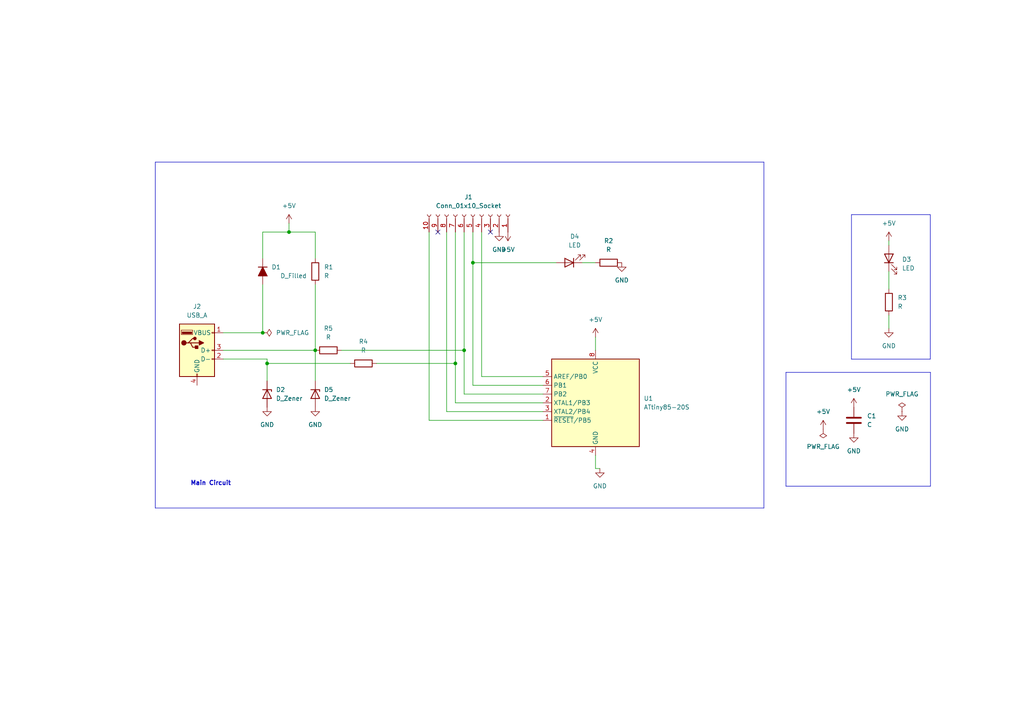
<source format=kicad_sch>
(kicad_sch
	(version 20231120)
	(generator "eeschema")
	(generator_version "8.0")
	(uuid "f2c20679-f28d-47ad-9191-2bfbde129570")
	(paper "A4")
	(title_block
		(date "2024-03-18")
		(rev "version Test2024")
		(company "UCC")
		(comment 1 "proyectoBase2024")
	)
	(lib_symbols
		(symbol "+5V_1"
			(power)
			(pin_names
				(offset 0)
			)
			(exclude_from_sim no)
			(in_bom yes)
			(on_board yes)
			(property "Reference" "#PWR"
				(at 0 -3.81 0)
				(effects
					(font
						(size 1.27 1.27)
					)
					(hide yes)
				)
			)
			(property "Value" "+5V_1"
				(at 0 3.556 0)
				(effects
					(font
						(size 1.27 1.27)
					)
				)
			)
			(property "Footprint" ""
				(at 0 0 0)
				(effects
					(font
						(size 1.27 1.27)
					)
					(hide yes)
				)
			)
			(property "Datasheet" ""
				(at 0 0 0)
				(effects
					(font
						(size 1.27 1.27)
					)
					(hide yes)
				)
			)
			(property "Description" "Power symbol creates a global label with name \"+5V\""
				(at 0 0 0)
				(effects
					(font
						(size 1.27 1.27)
					)
					(hide yes)
				)
			)
			(property "ki_keywords" "global power"
				(at 0 0 0)
				(effects
					(font
						(size 1.27 1.27)
					)
					(hide yes)
				)
			)
			(symbol "+5V_1_0_1"
				(polyline
					(pts
						(xy -0.762 1.27) (xy 0 2.54)
					)
					(stroke
						(width 0)
						(type default)
					)
					(fill
						(type none)
					)
				)
				(polyline
					(pts
						(xy 0 0) (xy 0 2.54)
					)
					(stroke
						(width 0)
						(type default)
					)
					(fill
						(type none)
					)
				)
				(polyline
					(pts
						(xy 0 2.54) (xy 0.762 1.27)
					)
					(stroke
						(width 0)
						(type default)
					)
					(fill
						(type none)
					)
				)
			)
			(symbol "+5V_1_1_1"
				(pin power_in line
					(at 0 0 90)
					(length 0) hide
					(name "+5V"
						(effects
							(font
								(size 1.27 1.27)
							)
						)
					)
					(number "1"
						(effects
							(font
								(size 1.27 1.27)
							)
						)
					)
				)
			)
		)
		(symbol "Connector:Conn_01x10_Socket"
			(pin_names
				(offset 1.016) hide)
			(exclude_from_sim no)
			(in_bom yes)
			(on_board yes)
			(property "Reference" "J"
				(at 0 12.7 0)
				(effects
					(font
						(size 1.27 1.27)
					)
				)
			)
			(property "Value" "Conn_01x10_Socket"
				(at 0 -15.24 0)
				(effects
					(font
						(size 1.27 1.27)
					)
				)
			)
			(property "Footprint" ""
				(at 0 0 0)
				(effects
					(font
						(size 1.27 1.27)
					)
					(hide yes)
				)
			)
			(property "Datasheet" "~"
				(at 0 0 0)
				(effects
					(font
						(size 1.27 1.27)
					)
					(hide yes)
				)
			)
			(property "Description" "Generic connector, single row, 01x10, script generated"
				(at 0 0 0)
				(effects
					(font
						(size 1.27 1.27)
					)
					(hide yes)
				)
			)
			(property "ki_locked" ""
				(at 0 0 0)
				(effects
					(font
						(size 1.27 1.27)
					)
				)
			)
			(property "ki_keywords" "connector"
				(at 0 0 0)
				(effects
					(font
						(size 1.27 1.27)
					)
					(hide yes)
				)
			)
			(property "ki_fp_filters" "Connector*:*_1x??_*"
				(at 0 0 0)
				(effects
					(font
						(size 1.27 1.27)
					)
					(hide yes)
				)
			)
			(symbol "Conn_01x10_Socket_1_1"
				(arc
					(start 0 -12.192)
					(mid -0.5058 -12.7)
					(end 0 -13.208)
					(stroke
						(width 0.1524)
						(type default)
					)
					(fill
						(type none)
					)
				)
				(arc
					(start 0 -9.652)
					(mid -0.5058 -10.16)
					(end 0 -10.668)
					(stroke
						(width 0.1524)
						(type default)
					)
					(fill
						(type none)
					)
				)
				(arc
					(start 0 -7.112)
					(mid -0.5058 -7.62)
					(end 0 -8.128)
					(stroke
						(width 0.1524)
						(type default)
					)
					(fill
						(type none)
					)
				)
				(arc
					(start 0 -4.572)
					(mid -0.5058 -5.08)
					(end 0 -5.588)
					(stroke
						(width 0.1524)
						(type default)
					)
					(fill
						(type none)
					)
				)
				(arc
					(start 0 -2.032)
					(mid -0.5058 -2.54)
					(end 0 -3.048)
					(stroke
						(width 0.1524)
						(type default)
					)
					(fill
						(type none)
					)
				)
				(polyline
					(pts
						(xy -1.27 -12.7) (xy -0.508 -12.7)
					)
					(stroke
						(width 0.1524)
						(type default)
					)
					(fill
						(type none)
					)
				)
				(polyline
					(pts
						(xy -1.27 -10.16) (xy -0.508 -10.16)
					)
					(stroke
						(width 0.1524)
						(type default)
					)
					(fill
						(type none)
					)
				)
				(polyline
					(pts
						(xy -1.27 -7.62) (xy -0.508 -7.62)
					)
					(stroke
						(width 0.1524)
						(type default)
					)
					(fill
						(type none)
					)
				)
				(polyline
					(pts
						(xy -1.27 -5.08) (xy -0.508 -5.08)
					)
					(stroke
						(width 0.1524)
						(type default)
					)
					(fill
						(type none)
					)
				)
				(polyline
					(pts
						(xy -1.27 -2.54) (xy -0.508 -2.54)
					)
					(stroke
						(width 0.1524)
						(type default)
					)
					(fill
						(type none)
					)
				)
				(polyline
					(pts
						(xy -1.27 0) (xy -0.508 0)
					)
					(stroke
						(width 0.1524)
						(type default)
					)
					(fill
						(type none)
					)
				)
				(polyline
					(pts
						(xy -1.27 2.54) (xy -0.508 2.54)
					)
					(stroke
						(width 0.1524)
						(type default)
					)
					(fill
						(type none)
					)
				)
				(polyline
					(pts
						(xy -1.27 5.08) (xy -0.508 5.08)
					)
					(stroke
						(width 0.1524)
						(type default)
					)
					(fill
						(type none)
					)
				)
				(polyline
					(pts
						(xy -1.27 7.62) (xy -0.508 7.62)
					)
					(stroke
						(width 0.1524)
						(type default)
					)
					(fill
						(type none)
					)
				)
				(polyline
					(pts
						(xy -1.27 10.16) (xy -0.508 10.16)
					)
					(stroke
						(width 0.1524)
						(type default)
					)
					(fill
						(type none)
					)
				)
				(arc
					(start 0 0.508)
					(mid -0.5058 0)
					(end 0 -0.508)
					(stroke
						(width 0.1524)
						(type default)
					)
					(fill
						(type none)
					)
				)
				(arc
					(start 0 3.048)
					(mid -0.5058 2.54)
					(end 0 2.032)
					(stroke
						(width 0.1524)
						(type default)
					)
					(fill
						(type none)
					)
				)
				(arc
					(start 0 5.588)
					(mid -0.5058 5.08)
					(end 0 4.572)
					(stroke
						(width 0.1524)
						(type default)
					)
					(fill
						(type none)
					)
				)
				(arc
					(start 0 8.128)
					(mid -0.5058 7.62)
					(end 0 7.112)
					(stroke
						(width 0.1524)
						(type default)
					)
					(fill
						(type none)
					)
				)
				(arc
					(start 0 10.668)
					(mid -0.5058 10.16)
					(end 0 9.652)
					(stroke
						(width 0.1524)
						(type default)
					)
					(fill
						(type none)
					)
				)
				(pin passive line
					(at -5.08 10.16 0)
					(length 3.81)
					(name "Pin_1"
						(effects
							(font
								(size 1.27 1.27)
							)
						)
					)
					(number "1"
						(effects
							(font
								(size 1.27 1.27)
							)
						)
					)
				)
				(pin passive line
					(at -5.08 -12.7 0)
					(length 3.81)
					(name "Pin_10"
						(effects
							(font
								(size 1.27 1.27)
							)
						)
					)
					(number "10"
						(effects
							(font
								(size 1.27 1.27)
							)
						)
					)
				)
				(pin passive line
					(at -5.08 7.62 0)
					(length 3.81)
					(name "Pin_2"
						(effects
							(font
								(size 1.27 1.27)
							)
						)
					)
					(number "2"
						(effects
							(font
								(size 1.27 1.27)
							)
						)
					)
				)
				(pin passive line
					(at -5.08 5.08 0)
					(length 3.81)
					(name "Pin_3"
						(effects
							(font
								(size 1.27 1.27)
							)
						)
					)
					(number "3"
						(effects
							(font
								(size 1.27 1.27)
							)
						)
					)
				)
				(pin passive line
					(at -5.08 2.54 0)
					(length 3.81)
					(name "Pin_4"
						(effects
							(font
								(size 1.27 1.27)
							)
						)
					)
					(number "4"
						(effects
							(font
								(size 1.27 1.27)
							)
						)
					)
				)
				(pin passive line
					(at -5.08 0 0)
					(length 3.81)
					(name "Pin_5"
						(effects
							(font
								(size 1.27 1.27)
							)
						)
					)
					(number "5"
						(effects
							(font
								(size 1.27 1.27)
							)
						)
					)
				)
				(pin passive line
					(at -5.08 -2.54 0)
					(length 3.81)
					(name "Pin_6"
						(effects
							(font
								(size 1.27 1.27)
							)
						)
					)
					(number "6"
						(effects
							(font
								(size 1.27 1.27)
							)
						)
					)
				)
				(pin passive line
					(at -5.08 -5.08 0)
					(length 3.81)
					(name "Pin_7"
						(effects
							(font
								(size 1.27 1.27)
							)
						)
					)
					(number "7"
						(effects
							(font
								(size 1.27 1.27)
							)
						)
					)
				)
				(pin passive line
					(at -5.08 -7.62 0)
					(length 3.81)
					(name "Pin_8"
						(effects
							(font
								(size 1.27 1.27)
							)
						)
					)
					(number "8"
						(effects
							(font
								(size 1.27 1.27)
							)
						)
					)
				)
				(pin passive line
					(at -5.08 -10.16 0)
					(length 3.81)
					(name "Pin_9"
						(effects
							(font
								(size 1.27 1.27)
							)
						)
					)
					(number "9"
						(effects
							(font
								(size 1.27 1.27)
							)
						)
					)
				)
			)
		)
		(symbol "Connector:USB_A"
			(pin_names
				(offset 1.016)
			)
			(exclude_from_sim no)
			(in_bom yes)
			(on_board yes)
			(property "Reference" "J2"
				(at 0 12.7 0)
				(effects
					(font
						(size 1.27 1.27)
					)
				)
			)
			(property "Value" "USB_A"
				(at 0 10.16 0)
				(effects
					(font
						(size 1.27 1.27)
					)
				)
			)
			(property "Footprint" ""
				(at 3.81 -1.27 0)
				(effects
					(font
						(size 1.27 1.27)
					)
					(hide yes)
				)
			)
			(property "Datasheet" " ~"
				(at 3.81 -1.27 0)
				(effects
					(font
						(size 1.27 1.27)
					)
					(hide yes)
				)
			)
			(property "Description" "USB Type A connector"
				(at 0 0 0)
				(effects
					(font
						(size 1.27 1.27)
					)
					(hide yes)
				)
			)
			(property "ki_keywords" "connector USB"
				(at 0 0 0)
				(effects
					(font
						(size 1.27 1.27)
					)
					(hide yes)
				)
			)
			(property "ki_fp_filters" "USB*"
				(at 0 0 0)
				(effects
					(font
						(size 1.27 1.27)
					)
					(hide yes)
				)
			)
			(symbol "USB_A_0_1"
				(rectangle
					(start -5.08 -7.62)
					(end 5.08 7.62)
					(stroke
						(width 0.254)
						(type default)
					)
					(fill
						(type background)
					)
				)
				(circle
					(center -3.81 2.159)
					(radius 0.635)
					(stroke
						(width 0.254)
						(type default)
					)
					(fill
						(type outline)
					)
				)
				(rectangle
					(start -1.524 4.826)
					(end -4.318 5.334)
					(stroke
						(width 0)
						(type default)
					)
					(fill
						(type outline)
					)
				)
				(rectangle
					(start -1.27 4.572)
					(end -4.572 5.842)
					(stroke
						(width 0)
						(type default)
					)
					(fill
						(type none)
					)
				)
				(circle
					(center -0.635 3.429)
					(radius 0.381)
					(stroke
						(width 0.254)
						(type default)
					)
					(fill
						(type outline)
					)
				)
				(rectangle
					(start -0.127 -7.62)
					(end 0.127 -6.858)
					(stroke
						(width 0)
						(type default)
					)
					(fill
						(type none)
					)
				)
				(polyline
					(pts
						(xy -3.175 2.159) (xy -2.54 2.159) (xy -1.27 3.429) (xy -0.635 3.429)
					)
					(stroke
						(width 0.254)
						(type default)
					)
					(fill
						(type none)
					)
				)
				(polyline
					(pts
						(xy -2.54 2.159) (xy -1.905 2.159) (xy -1.27 0.889) (xy 0 0.889)
					)
					(stroke
						(width 0.254)
						(type default)
					)
					(fill
						(type none)
					)
				)
				(polyline
					(pts
						(xy 0.635 2.794) (xy 0.635 1.524) (xy 1.905 2.159) (xy 0.635 2.794)
					)
					(stroke
						(width 0.254)
						(type default)
					)
					(fill
						(type outline)
					)
				)
				(rectangle
					(start 0.254 1.27)
					(end -0.508 0.508)
					(stroke
						(width 0.254)
						(type default)
					)
					(fill
						(type outline)
					)
				)
				(rectangle
					(start 5.08 -2.667)
					(end 4.318 -2.413)
					(stroke
						(width 0)
						(type default)
					)
					(fill
						(type none)
					)
				)
				(rectangle
					(start 5.08 -0.127)
					(end 4.318 0.127)
					(stroke
						(width 0)
						(type default)
					)
					(fill
						(type none)
					)
				)
				(rectangle
					(start 5.08 4.953)
					(end 4.318 5.207)
					(stroke
						(width 0)
						(type default)
					)
					(fill
						(type none)
					)
				)
			)
			(symbol "USB_A_1_1"
				(polyline
					(pts
						(xy -1.905 2.159) (xy 0.635 2.159)
					)
					(stroke
						(width 0.254)
						(type default)
					)
					(fill
						(type none)
					)
				)
				(pin power_in line
					(at 7.62 5.08 180)
					(length 2.54)
					(name "VBUS"
						(effects
							(font
								(size 1.27 1.27)
							)
						)
					)
					(number "1"
						(effects
							(font
								(size 1.27 1.27)
							)
						)
					)
				)
				(pin bidirectional line
					(at 7.62 -2.54 180)
					(length 2.54)
					(name "D-"
						(effects
							(font
								(size 1.27 1.27)
							)
						)
					)
					(number "2"
						(effects
							(font
								(size 1.27 1.27)
							)
						)
					)
				)
				(pin bidirectional line
					(at 7.62 0 180)
					(length 2.54)
					(name "D+"
						(effects
							(font
								(size 1.27 1.27)
							)
						)
					)
					(number "3"
						(effects
							(font
								(size 1.27 1.27)
							)
						)
					)
				)
				(pin power_in line
					(at 0 -10.16 90)
					(length 2.54)
					(name "GND"
						(effects
							(font
								(size 1.27 1.27)
							)
						)
					)
					(number "4"
						(effects
							(font
								(size 1.27 1.27)
							)
						)
					)
				)
			)
		)
		(symbol "D_Filled_1"
			(pin_numbers hide)
			(pin_names
				(offset 1.016) hide)
			(exclude_from_sim no)
			(in_bom yes)
			(on_board yes)
			(property "Reference" "D"
				(at 0 2.54 0)
				(effects
					(font
						(size 1.27 1.27)
					)
				)
			)
			(property "Value" "D_Filled"
				(at 0 -2.54 0)
				(effects
					(font
						(size 1.27 1.27)
					)
				)
			)
			(property "Footprint" ""
				(at 0 0 0)
				(effects
					(font
						(size 1.27 1.27)
					)
					(hide yes)
				)
			)
			(property "Datasheet" "~"
				(at 0 0 0)
				(effects
					(font
						(size 1.27 1.27)
					)
					(hide yes)
				)
			)
			(property "Description" "Diode, filled shape"
				(at 0 0 0)
				(effects
					(font
						(size 1.27 1.27)
					)
					(hide yes)
				)
			)
			(property "Sim.Device" "D"
				(at 0 0 0)
				(effects
					(font
						(size 1.27 1.27)
					)
					(hide yes)
				)
			)
			(property "Sim.Pins" "1=K 2=A"
				(at 0 0 0)
				(effects
					(font
						(size 1.27 1.27)
					)
					(hide yes)
				)
			)
			(property "ki_keywords" "diode"
				(at 0 0 0)
				(effects
					(font
						(size 1.27 1.27)
					)
					(hide yes)
				)
			)
			(property "ki_fp_filters" "TO-???* *_Diode_* *SingleDiode* D_*"
				(at 0 0 0)
				(effects
					(font
						(size 1.27 1.27)
					)
					(hide yes)
				)
			)
			(symbol "D_Filled_1_0_1"
				(polyline
					(pts
						(xy -1.27 1.27) (xy -1.27 -1.27)
					)
					(stroke
						(width 0.254)
						(type default)
					)
					(fill
						(type none)
					)
				)
				(polyline
					(pts
						(xy 1.27 0) (xy -1.27 0)
					)
					(stroke
						(width 0)
						(type default)
					)
					(fill
						(type none)
					)
				)
				(polyline
					(pts
						(xy 1.27 1.27) (xy 1.27 -1.27) (xy -1.27 0) (xy 1.27 1.27)
					)
					(stroke
						(width 0.254)
						(type default)
					)
					(fill
						(type outline)
					)
				)
			)
			(symbol "D_Filled_1_1_1"
				(pin passive line
					(at -3.81 0 0)
					(length 2.54)
					(name "K"
						(effects
							(font
								(size 1.27 1.27)
							)
						)
					)
					(number "1"
						(effects
							(font
								(size 1.27 1.27)
							)
						)
					)
				)
				(pin passive line
					(at 3.81 0 180)
					(length 2.54)
					(name "A"
						(effects
							(font
								(size 1.27 1.27)
							)
						)
					)
					(number "2"
						(effects
							(font
								(size 1.27 1.27)
							)
						)
					)
				)
			)
		)
		(symbol "Device:C"
			(pin_numbers hide)
			(pin_names
				(offset 0.254)
			)
			(exclude_from_sim no)
			(in_bom yes)
			(on_board yes)
			(property "Reference" "C"
				(at 0.635 2.54 0)
				(effects
					(font
						(size 1.27 1.27)
					)
					(justify left)
				)
			)
			(property "Value" "C"
				(at 0.635 -2.54 0)
				(effects
					(font
						(size 1.27 1.27)
					)
					(justify left)
				)
			)
			(property "Footprint" ""
				(at 0.9652 -3.81 0)
				(effects
					(font
						(size 1.27 1.27)
					)
					(hide yes)
				)
			)
			(property "Datasheet" "~"
				(at 0 0 0)
				(effects
					(font
						(size 1.27 1.27)
					)
					(hide yes)
				)
			)
			(property "Description" "Unpolarized capacitor"
				(at 0 0 0)
				(effects
					(font
						(size 1.27 1.27)
					)
					(hide yes)
				)
			)
			(property "ki_keywords" "cap capacitor"
				(at 0 0 0)
				(effects
					(font
						(size 1.27 1.27)
					)
					(hide yes)
				)
			)
			(property "ki_fp_filters" "C_*"
				(at 0 0 0)
				(effects
					(font
						(size 1.27 1.27)
					)
					(hide yes)
				)
			)
			(symbol "C_0_1"
				(polyline
					(pts
						(xy -2.032 -0.762) (xy 2.032 -0.762)
					)
					(stroke
						(width 0.508)
						(type default)
					)
					(fill
						(type none)
					)
				)
				(polyline
					(pts
						(xy -2.032 0.762) (xy 2.032 0.762)
					)
					(stroke
						(width 0.508)
						(type default)
					)
					(fill
						(type none)
					)
				)
			)
			(symbol "C_1_1"
				(pin passive line
					(at 0 3.81 270)
					(length 2.794)
					(name "~"
						(effects
							(font
								(size 1.27 1.27)
							)
						)
					)
					(number "1"
						(effects
							(font
								(size 1.27 1.27)
							)
						)
					)
				)
				(pin passive line
					(at 0 -3.81 90)
					(length 2.794)
					(name "~"
						(effects
							(font
								(size 1.27 1.27)
							)
						)
					)
					(number "2"
						(effects
							(font
								(size 1.27 1.27)
							)
						)
					)
				)
			)
		)
		(symbol "Device:D_Zener"
			(pin_numbers hide)
			(pin_names
				(offset 1.016) hide)
			(exclude_from_sim no)
			(in_bom yes)
			(on_board yes)
			(property "Reference" "D"
				(at 0 2.54 0)
				(effects
					(font
						(size 1.27 1.27)
					)
				)
			)
			(property "Value" "D_Zener"
				(at 0 -2.54 0)
				(effects
					(font
						(size 1.27 1.27)
					)
				)
			)
			(property "Footprint" ""
				(at 0 0 0)
				(effects
					(font
						(size 1.27 1.27)
					)
					(hide yes)
				)
			)
			(property "Datasheet" "~"
				(at 0 0 0)
				(effects
					(font
						(size 1.27 1.27)
					)
					(hide yes)
				)
			)
			(property "Description" "Zener diode"
				(at 0 0 0)
				(effects
					(font
						(size 1.27 1.27)
					)
					(hide yes)
				)
			)
			(property "ki_keywords" "diode"
				(at 0 0 0)
				(effects
					(font
						(size 1.27 1.27)
					)
					(hide yes)
				)
			)
			(property "ki_fp_filters" "TO-???* *_Diode_* *SingleDiode* D_*"
				(at 0 0 0)
				(effects
					(font
						(size 1.27 1.27)
					)
					(hide yes)
				)
			)
			(symbol "D_Zener_0_1"
				(polyline
					(pts
						(xy 1.27 0) (xy -1.27 0)
					)
					(stroke
						(width 0)
						(type default)
					)
					(fill
						(type none)
					)
				)
				(polyline
					(pts
						(xy -1.27 -1.27) (xy -1.27 1.27) (xy -0.762 1.27)
					)
					(stroke
						(width 0.254)
						(type default)
					)
					(fill
						(type none)
					)
				)
				(polyline
					(pts
						(xy 1.27 -1.27) (xy 1.27 1.27) (xy -1.27 0) (xy 1.27 -1.27)
					)
					(stroke
						(width 0.254)
						(type default)
					)
					(fill
						(type none)
					)
				)
			)
			(symbol "D_Zener_1_1"
				(pin passive line
					(at -3.81 0 0)
					(length 2.54)
					(name "K"
						(effects
							(font
								(size 1.27 1.27)
							)
						)
					)
					(number "1"
						(effects
							(font
								(size 1.27 1.27)
							)
						)
					)
				)
				(pin passive line
					(at 3.81 0 180)
					(length 2.54)
					(name "A"
						(effects
							(font
								(size 1.27 1.27)
							)
						)
					)
					(number "2"
						(effects
							(font
								(size 1.27 1.27)
							)
						)
					)
				)
			)
		)
		(symbol "Device:LED"
			(pin_numbers hide)
			(pin_names
				(offset 1.016) hide)
			(exclude_from_sim no)
			(in_bom yes)
			(on_board yes)
			(property "Reference" "D"
				(at 0 2.54 0)
				(effects
					(font
						(size 1.27 1.27)
					)
				)
			)
			(property "Value" "LED"
				(at 0 -2.54 0)
				(effects
					(font
						(size 1.27 1.27)
					)
				)
			)
			(property "Footprint" ""
				(at 0 0 0)
				(effects
					(font
						(size 1.27 1.27)
					)
					(hide yes)
				)
			)
			(property "Datasheet" "~"
				(at 0 0 0)
				(effects
					(font
						(size 1.27 1.27)
					)
					(hide yes)
				)
			)
			(property "Description" "Light emitting diode"
				(at 0 0 0)
				(effects
					(font
						(size 1.27 1.27)
					)
					(hide yes)
				)
			)
			(property "ki_keywords" "LED diode"
				(at 0 0 0)
				(effects
					(font
						(size 1.27 1.27)
					)
					(hide yes)
				)
			)
			(property "ki_fp_filters" "LED* LED_SMD:* LED_THT:*"
				(at 0 0 0)
				(effects
					(font
						(size 1.27 1.27)
					)
					(hide yes)
				)
			)
			(symbol "LED_0_1"
				(polyline
					(pts
						(xy -1.27 -1.27) (xy -1.27 1.27)
					)
					(stroke
						(width 0.254)
						(type default)
					)
					(fill
						(type none)
					)
				)
				(polyline
					(pts
						(xy -1.27 0) (xy 1.27 0)
					)
					(stroke
						(width 0)
						(type default)
					)
					(fill
						(type none)
					)
				)
				(polyline
					(pts
						(xy 1.27 -1.27) (xy 1.27 1.27) (xy -1.27 0) (xy 1.27 -1.27)
					)
					(stroke
						(width 0.254)
						(type default)
					)
					(fill
						(type none)
					)
				)
				(polyline
					(pts
						(xy -3.048 -0.762) (xy -4.572 -2.286) (xy -3.81 -2.286) (xy -4.572 -2.286) (xy -4.572 -1.524)
					)
					(stroke
						(width 0)
						(type default)
					)
					(fill
						(type none)
					)
				)
				(polyline
					(pts
						(xy -1.778 -0.762) (xy -3.302 -2.286) (xy -2.54 -2.286) (xy -3.302 -2.286) (xy -3.302 -1.524)
					)
					(stroke
						(width 0)
						(type default)
					)
					(fill
						(type none)
					)
				)
			)
			(symbol "LED_1_1"
				(pin passive line
					(at -3.81 0 0)
					(length 2.54)
					(name "K"
						(effects
							(font
								(size 1.27 1.27)
							)
						)
					)
					(number "1"
						(effects
							(font
								(size 1.27 1.27)
							)
						)
					)
				)
				(pin passive line
					(at 3.81 0 180)
					(length 2.54)
					(name "A"
						(effects
							(font
								(size 1.27 1.27)
							)
						)
					)
					(number "2"
						(effects
							(font
								(size 1.27 1.27)
							)
						)
					)
				)
			)
		)
		(symbol "Device:R"
			(pin_numbers hide)
			(pin_names
				(offset 0)
			)
			(exclude_from_sim no)
			(in_bom yes)
			(on_board yes)
			(property "Reference" "R"
				(at 2.032 0 90)
				(effects
					(font
						(size 1.27 1.27)
					)
				)
			)
			(property "Value" "R"
				(at 0 0 90)
				(effects
					(font
						(size 1.27 1.27)
					)
				)
			)
			(property "Footprint" ""
				(at -1.778 0 90)
				(effects
					(font
						(size 1.27 1.27)
					)
					(hide yes)
				)
			)
			(property "Datasheet" "~"
				(at 0 0 0)
				(effects
					(font
						(size 1.27 1.27)
					)
					(hide yes)
				)
			)
			(property "Description" "Resistor"
				(at 0 0 0)
				(effects
					(font
						(size 1.27 1.27)
					)
					(hide yes)
				)
			)
			(property "ki_keywords" "R res resistor"
				(at 0 0 0)
				(effects
					(font
						(size 1.27 1.27)
					)
					(hide yes)
				)
			)
			(property "ki_fp_filters" "R_*"
				(at 0 0 0)
				(effects
					(font
						(size 1.27 1.27)
					)
					(hide yes)
				)
			)
			(symbol "R_0_1"
				(rectangle
					(start -1.016 -2.54)
					(end 1.016 2.54)
					(stroke
						(width 0.254)
						(type default)
					)
					(fill
						(type none)
					)
				)
			)
			(symbol "R_1_1"
				(pin passive line
					(at 0 3.81 270)
					(length 1.27)
					(name "~"
						(effects
							(font
								(size 1.27 1.27)
							)
						)
					)
					(number "1"
						(effects
							(font
								(size 1.27 1.27)
							)
						)
					)
				)
				(pin passive line
					(at 0 -3.81 90)
					(length 1.27)
					(name "~"
						(effects
							(font
								(size 1.27 1.27)
							)
						)
					)
					(number "2"
						(effects
							(font
								(size 1.27 1.27)
							)
						)
					)
				)
			)
		)
		(symbol "GND_1"
			(power)
			(pin_names
				(offset 0)
			)
			(exclude_from_sim no)
			(in_bom yes)
			(on_board yes)
			(property "Reference" "#PWR"
				(at 0 -6.35 0)
				(effects
					(font
						(size 1.27 1.27)
					)
					(hide yes)
				)
			)
			(property "Value" "GND_1"
				(at 0 -3.81 0)
				(effects
					(font
						(size 1.27 1.27)
					)
				)
			)
			(property "Footprint" ""
				(at 0 0 0)
				(effects
					(font
						(size 1.27 1.27)
					)
					(hide yes)
				)
			)
			(property "Datasheet" ""
				(at 0 0 0)
				(effects
					(font
						(size 1.27 1.27)
					)
					(hide yes)
				)
			)
			(property "Description" "Power symbol creates a global label with name \"GND\" , ground"
				(at 0 0 0)
				(effects
					(font
						(size 1.27 1.27)
					)
					(hide yes)
				)
			)
			(property "ki_keywords" "global power"
				(at 0 0 0)
				(effects
					(font
						(size 1.27 1.27)
					)
					(hide yes)
				)
			)
			(symbol "GND_1_0_1"
				(polyline
					(pts
						(xy 0 0) (xy 0 -1.27) (xy 1.27 -1.27) (xy 0 -2.54) (xy -1.27 -1.27) (xy 0 -1.27)
					)
					(stroke
						(width 0)
						(type default)
					)
					(fill
						(type none)
					)
				)
			)
			(symbol "GND_1_1_1"
				(pin power_in line
					(at 0 0 270)
					(length 0) hide
					(name "GND"
						(effects
							(font
								(size 1.27 1.27)
							)
						)
					)
					(number "1"
						(effects
							(font
								(size 1.27 1.27)
							)
						)
					)
				)
			)
		)
		(symbol "MCU_Microchip_ATtiny:ATtiny85-20S"
			(exclude_from_sim no)
			(in_bom yes)
			(on_board yes)
			(property "Reference" "U"
				(at -12.7 13.97 0)
				(effects
					(font
						(size 1.27 1.27)
					)
					(justify left bottom)
				)
			)
			(property "Value" "ATtiny85-20S"
				(at 2.54 -13.97 0)
				(effects
					(font
						(size 1.27 1.27)
					)
					(justify left top)
				)
			)
			(property "Footprint" "Package_SO:SOIC-8W_5.3x5.3mm_P1.27mm"
				(at 0 0 0)
				(effects
					(font
						(size 1.27 1.27)
						(italic yes)
					)
					(hide yes)
				)
			)
			(property "Datasheet" "http://ww1.microchip.com/downloads/en/DeviceDoc/atmel-2586-avr-8-bit-microcontroller-attiny25-attiny45-attiny85_datasheet.pdf"
				(at 0 0 0)
				(effects
					(font
						(size 1.27 1.27)
					)
					(hide yes)
				)
			)
			(property "Description" "20MHz, 8kB Flash, 512B SRAM, 512B EEPROM, debugWIRE, SOIC-8W"
				(at 0 0 0)
				(effects
					(font
						(size 1.27 1.27)
					)
					(hide yes)
				)
			)
			(property "ki_keywords" "AVR 8bit Microcontroller tinyAVR"
				(at 0 0 0)
				(effects
					(font
						(size 1.27 1.27)
					)
					(hide yes)
				)
			)
			(property "ki_fp_filters" "SOIC*5.3x5.3mm*P1.27mm*"
				(at 0 0 0)
				(effects
					(font
						(size 1.27 1.27)
					)
					(hide yes)
				)
			)
			(symbol "ATtiny85-20S_0_1"
				(rectangle
					(start -12.7 -12.7)
					(end 12.7 12.7)
					(stroke
						(width 0.254)
						(type default)
					)
					(fill
						(type background)
					)
				)
			)
			(symbol "ATtiny85-20S_1_1"
				(pin bidirectional line
					(at 15.24 -5.08 180)
					(length 2.54)
					(name "~{RESET}/PB5"
						(effects
							(font
								(size 1.27 1.27)
							)
						)
					)
					(number "1"
						(effects
							(font
								(size 1.27 1.27)
							)
						)
					)
				)
				(pin bidirectional line
					(at 15.24 0 180)
					(length 2.54)
					(name "XTAL1/PB3"
						(effects
							(font
								(size 1.27 1.27)
							)
						)
					)
					(number "2"
						(effects
							(font
								(size 1.27 1.27)
							)
						)
					)
				)
				(pin bidirectional line
					(at 15.24 -2.54 180)
					(length 2.54)
					(name "XTAL2/PB4"
						(effects
							(font
								(size 1.27 1.27)
							)
						)
					)
					(number "3"
						(effects
							(font
								(size 1.27 1.27)
							)
						)
					)
				)
				(pin power_in line
					(at 0 -15.24 90)
					(length 2.54)
					(name "GND"
						(effects
							(font
								(size 1.27 1.27)
							)
						)
					)
					(number "4"
						(effects
							(font
								(size 1.27 1.27)
							)
						)
					)
				)
				(pin bidirectional line
					(at 15.24 7.62 180)
					(length 2.54)
					(name "AREF/PB0"
						(effects
							(font
								(size 1.27 1.27)
							)
						)
					)
					(number "5"
						(effects
							(font
								(size 1.27 1.27)
							)
						)
					)
				)
				(pin bidirectional line
					(at 15.24 5.08 180)
					(length 2.54)
					(name "PB1"
						(effects
							(font
								(size 1.27 1.27)
							)
						)
					)
					(number "6"
						(effects
							(font
								(size 1.27 1.27)
							)
						)
					)
				)
				(pin bidirectional line
					(at 15.24 2.54 180)
					(length 2.54)
					(name "PB2"
						(effects
							(font
								(size 1.27 1.27)
							)
						)
					)
					(number "7"
						(effects
							(font
								(size 1.27 1.27)
							)
						)
					)
				)
				(pin power_in line
					(at 0 15.24 270)
					(length 2.54)
					(name "VCC"
						(effects
							(font
								(size 1.27 1.27)
							)
						)
					)
					(number "8"
						(effects
							(font
								(size 1.27 1.27)
							)
						)
					)
				)
			)
		)
		(symbol "PWR_FLAG_1"
			(power)
			(pin_numbers hide)
			(pin_names
				(offset 0) hide)
			(exclude_from_sim no)
			(in_bom yes)
			(on_board yes)
			(property "Reference" "#FLG"
				(at 0 1.905 0)
				(effects
					(font
						(size 1.27 1.27)
					)
					(hide yes)
				)
			)
			(property "Value" "PWR_FLAG_1"
				(at 0 3.81 0)
				(effects
					(font
						(size 1.27 1.27)
					)
				)
			)
			(property "Footprint" ""
				(at 0 0 0)
				(effects
					(font
						(size 1.27 1.27)
					)
					(hide yes)
				)
			)
			(property "Datasheet" "~"
				(at 0 0 0)
				(effects
					(font
						(size 1.27 1.27)
					)
					(hide yes)
				)
			)
			(property "Description" "Special symbol for telling ERC where power comes from"
				(at 0 0 0)
				(effects
					(font
						(size 1.27 1.27)
					)
					(hide yes)
				)
			)
			(property "ki_keywords" "flag power"
				(at 0 0 0)
				(effects
					(font
						(size 1.27 1.27)
					)
					(hide yes)
				)
			)
			(symbol "PWR_FLAG_1_0_0"
				(pin power_out line
					(at 0 0 90)
					(length 0)
					(name "pwr"
						(effects
							(font
								(size 1.27 1.27)
							)
						)
					)
					(number "1"
						(effects
							(font
								(size 1.27 1.27)
							)
						)
					)
				)
			)
			(symbol "PWR_FLAG_1_0_1"
				(polyline
					(pts
						(xy 0 0) (xy 0 1.27) (xy -1.016 1.905) (xy 0 2.54) (xy 1.016 1.905) (xy 0 1.27)
					)
					(stroke
						(width 0)
						(type default)
					)
					(fill
						(type none)
					)
				)
			)
		)
		(symbol "power:GND"
			(power)
			(pin_numbers hide)
			(pin_names
				(offset 0) hide)
			(exclude_from_sim no)
			(in_bom yes)
			(on_board yes)
			(property "Reference" "#PWR"
				(at 0 -6.35 0)
				(effects
					(font
						(size 1.27 1.27)
					)
					(hide yes)
				)
			)
			(property "Value" "GND"
				(at 0 -3.81 0)
				(effects
					(font
						(size 1.27 1.27)
					)
				)
			)
			(property "Footprint" ""
				(at 0 0 0)
				(effects
					(font
						(size 1.27 1.27)
					)
					(hide yes)
				)
			)
			(property "Datasheet" ""
				(at 0 0 0)
				(effects
					(font
						(size 1.27 1.27)
					)
					(hide yes)
				)
			)
			(property "Description" "Power symbol creates a global label with name \"GND\" , ground"
				(at 0 0 0)
				(effects
					(font
						(size 1.27 1.27)
					)
					(hide yes)
				)
			)
			(property "ki_keywords" "global power"
				(at 0 0 0)
				(effects
					(font
						(size 1.27 1.27)
					)
					(hide yes)
				)
			)
			(symbol "GND_0_1"
				(polyline
					(pts
						(xy 0 0) (xy 0 -1.27) (xy 1.27 -1.27) (xy 0 -2.54) (xy -1.27 -1.27) (xy 0 -1.27)
					)
					(stroke
						(width 0)
						(type default)
					)
					(fill
						(type none)
					)
				)
			)
			(symbol "GND_1_1"
				(pin power_in line
					(at 0 0 270)
					(length 0)
					(name "~"
						(effects
							(font
								(size 1.27 1.27)
							)
						)
					)
					(number "1"
						(effects
							(font
								(size 1.27 1.27)
							)
						)
					)
				)
			)
		)
	)
	(junction
		(at 132.08 105.41)
		(diameter 0)
		(color 0 0 0 0)
		(uuid "40ebd7d6-a045-40f9-9634-ebbe77ca6b78")
	)
	(junction
		(at 83.82 67.31)
		(diameter 0)
		(color 0 0 0 0)
		(uuid "45e23898-725d-4312-9589-842bbc39b85b")
	)
	(junction
		(at 134.62 101.6)
		(diameter 0)
		(color 0 0 0 0)
		(uuid "5a0f344b-c7f6-4d8e-bc20-1ede3158fda3")
	)
	(junction
		(at 137.16 76.2)
		(diameter 0)
		(color 0 0 0 0)
		(uuid "7ecfcbe9-f6ae-497f-bccc-44fbfb26fe5c")
	)
	(junction
		(at 76.2 96.52)
		(diameter 0)
		(color 0 0 0 0)
		(uuid "cb70d42f-d056-4f3f-8f82-e61c0f57a3b1")
	)
	(junction
		(at 91.44 101.6)
		(diameter 0)
		(color 0 0 0 0)
		(uuid "e151da60-3ef3-46e7-8e7b-d6e1464a6793")
	)
	(junction
		(at 77.47 105.41)
		(diameter 0)
		(color 0 0 0 0)
		(uuid "edbb98de-c2ad-4895-906a-a4c25022edc4")
	)
	(no_connect
		(at 142.24 67.31)
		(uuid "732870fc-cd3d-4f71-9e2e-d3187e65a842")
	)
	(no_connect
		(at 127 67.31)
		(uuid "aa279b5c-78fe-4c74-8e94-ec462e21aaf2")
	)
	(wire
		(pts
			(xy 124.46 67.31) (xy 124.46 121.92)
		)
		(stroke
			(width 0)
			(type default)
		)
		(uuid "0b019c82-e745-4bb7-9c83-b0f36adbccb8")
	)
	(wire
		(pts
			(xy 134.62 114.3) (xy 157.48 114.3)
		)
		(stroke
			(width 0)
			(type default)
		)
		(uuid "0b378aae-ae61-4d1c-bb43-bcd3f106d333")
	)
	(polyline
		(pts
			(xy 45.0342 147.3454) (xy 45.0342 47.0154)
		)
		(stroke
			(width 0)
			(type default)
		)
		(uuid "12c67071-fe67-4f47-a0ca-3ef1ab2bc966")
	)
	(wire
		(pts
			(xy 64.77 96.52) (xy 76.2 96.52)
		)
		(stroke
			(width 0)
			(type default)
		)
		(uuid "14916796-6d3d-4981-8a42-85161a2b4fa2")
	)
	(polyline
		(pts
			(xy 221.5642 47.0154) (xy 221.5642 147.3454)
		)
		(stroke
			(width 0)
			(type default)
		)
		(uuid "1f5f82f7-3c3e-40e2-9a00-ce83a042d5ac")
	)
	(wire
		(pts
			(xy 132.08 67.31) (xy 132.08 105.41)
		)
		(stroke
			(width 0)
			(type default)
		)
		(uuid "39b16982-52ac-4849-9983-fb50a44ef8b3")
	)
	(wire
		(pts
			(xy 137.16 111.76) (xy 137.16 76.2)
		)
		(stroke
			(width 0)
			(type default)
		)
		(uuid "3ab1cd91-a909-4e6d-8e07-85e4ed21f3fc")
	)
	(wire
		(pts
			(xy 257.81 91.44) (xy 257.81 95.25)
		)
		(stroke
			(width 0)
			(type default)
		)
		(uuid "3f5fc811-1633-40dd-8c83-af63d0034fd3")
	)
	(wire
		(pts
			(xy 83.82 64.77) (xy 83.82 67.31)
		)
		(stroke
			(width 0)
			(type default)
		)
		(uuid "410248ad-2904-4812-8d85-850535af93ee")
	)
	(wire
		(pts
			(xy 77.47 104.14) (xy 77.47 105.41)
		)
		(stroke
			(width 0)
			(type default)
		)
		(uuid "47604f2d-c141-45b0-ab29-aa473372dca1")
	)
	(wire
		(pts
			(xy 76.2 67.31) (xy 76.2 74.93)
		)
		(stroke
			(width 0)
			(type default)
		)
		(uuid "4c2df597-1210-449c-9045-650fb6953e19")
	)
	(polyline
		(pts
			(xy 269.8242 62.2554) (xy 269.8242 104.1654)
		)
		(stroke
			(width 0)
			(type default)
		)
		(uuid "4eb3e81b-c3fe-4e85-853e-9ce32520e02d")
	)
	(wire
		(pts
			(xy 99.06 101.6) (xy 134.62 101.6)
		)
		(stroke
			(width 0)
			(type default)
		)
		(uuid "52939c04-4994-4050-bfdd-b7c538932727")
	)
	(wire
		(pts
			(xy 257.81 78.74) (xy 257.81 83.82)
		)
		(stroke
			(width 0)
			(type default)
		)
		(uuid "5a0a58f7-62a8-46e3-98a8-64dd9ea972d0")
	)
	(wire
		(pts
			(xy 91.44 101.6) (xy 91.44 110.49)
		)
		(stroke
			(width 0)
			(type default)
		)
		(uuid "5c450e5d-6fc8-4077-8dfd-883f8d147a7e")
	)
	(polyline
		(pts
			(xy 227.965 108.0008) (xy 269.875 108.0008)
		)
		(stroke
			(width 0)
			(type default)
		)
		(uuid "654c2277-b153-442b-b460-0cc1001e1bfe")
	)
	(wire
		(pts
			(xy 91.44 74.93) (xy 91.44 67.31)
		)
		(stroke
			(width 0)
			(type default)
		)
		(uuid "665d1084-3d66-40eb-90e9-0b52b7697f60")
	)
	(wire
		(pts
			(xy 172.72 132.08) (xy 172.72 135.89)
		)
		(stroke
			(width 0)
			(type default)
		)
		(uuid "6de7c8ec-244c-4655-9d0f-89bfb32b2d48")
	)
	(wire
		(pts
			(xy 257.81 69.85) (xy 257.81 71.12)
		)
		(stroke
			(width 0)
			(type default)
		)
		(uuid "710227fc-cd50-4f02-9aeb-945c7aac0dad")
	)
	(polyline
		(pts
			(xy 269.8242 104.1654) (xy 246.9642 104.1654)
		)
		(stroke
			(width 0)
			(type default)
		)
		(uuid "73b21d52-5af1-4324-ac82-7fc4e93bc07a")
	)
	(wire
		(pts
			(xy 139.7 67.31) (xy 139.7 109.22)
		)
		(stroke
			(width 0)
			(type default)
		)
		(uuid "76c8beed-0744-4a57-be88-937de8c81797")
	)
	(wire
		(pts
			(xy 132.08 116.84) (xy 157.48 116.84)
		)
		(stroke
			(width 0)
			(type default)
		)
		(uuid "780b0a6a-9a5f-4ffa-8e50-b4d28dc56d36")
	)
	(wire
		(pts
			(xy 134.62 67.31) (xy 134.62 101.6)
		)
		(stroke
			(width 0)
			(type default)
		)
		(uuid "79e29fa0-0ebd-4083-93e4-2e8af05fa609")
	)
	(polyline
		(pts
			(xy 227.965 141.0208) (xy 227.965 108.0008)
		)
		(stroke
			(width 0)
			(type default)
		)
		(uuid "7b5ddeea-8245-4000-8222-3f545ae9a1f4")
	)
	(polyline
		(pts
			(xy 221.5642 147.3454) (xy 45.0342 147.3454)
		)
		(stroke
			(width 0)
			(type default)
		)
		(uuid "7ebb2a4f-8cb5-40c6-9206-e43704b68921")
	)
	(wire
		(pts
			(xy 91.44 82.55) (xy 91.44 101.6)
		)
		(stroke
			(width 0)
			(type default)
		)
		(uuid "8332996b-ac1c-4be1-8347-7b47035802c1")
	)
	(wire
		(pts
			(xy 157.48 119.38) (xy 129.54 119.38)
		)
		(stroke
			(width 0)
			(type default)
		)
		(uuid "887d8773-63a8-4d8c-9b1d-c581d098404f")
	)
	(wire
		(pts
			(xy 91.44 67.31) (xy 83.82 67.31)
		)
		(stroke
			(width 0)
			(type default)
		)
		(uuid "8de918df-97f3-401f-978b-270bad6ea405")
	)
	(wire
		(pts
			(xy 77.47 105.41) (xy 101.6 105.41)
		)
		(stroke
			(width 0)
			(type default)
		)
		(uuid "8f4c16d0-8173-46c6-85c8-499c567a7240")
	)
	(wire
		(pts
			(xy 137.16 76.2) (xy 161.29 76.2)
		)
		(stroke
			(width 0)
			(type default)
		)
		(uuid "9e61dacb-a067-41cf-984a-85b9375093fc")
	)
	(wire
		(pts
			(xy 77.47 110.49) (xy 77.47 105.41)
		)
		(stroke
			(width 0)
			(type default)
		)
		(uuid "a258ef28-2af8-4675-b01a-773ba90ce805")
	)
	(wire
		(pts
			(xy 109.22 105.41) (xy 132.08 105.41)
		)
		(stroke
			(width 0)
			(type default)
		)
		(uuid "a616aea9-b2c9-4878-81b2-fa3382b75216")
	)
	(wire
		(pts
			(xy 172.72 97.79) (xy 172.72 101.6)
		)
		(stroke
			(width 0)
			(type default)
		)
		(uuid "a6768177-f4cb-4c52-b3b8-854ec210ade5")
	)
	(wire
		(pts
			(xy 124.46 121.92) (xy 157.48 121.92)
		)
		(stroke
			(width 0)
			(type default)
		)
		(uuid "ac962851-2d11-4147-9086-b331ac4e2003")
	)
	(wire
		(pts
			(xy 76.2 82.55) (xy 76.2 96.52)
		)
		(stroke
			(width 0)
			(type default)
		)
		(uuid "ad2f7e4d-740e-4176-9912-fc5a97daf89b")
	)
	(wire
		(pts
			(xy 83.82 67.31) (xy 76.2 67.31)
		)
		(stroke
			(width 0)
			(type default)
		)
		(uuid "b11c46b5-30da-4c8b-87c3-78881e57a632")
	)
	(wire
		(pts
			(xy 157.48 111.76) (xy 137.16 111.76)
		)
		(stroke
			(width 0)
			(type default)
		)
		(uuid "b5946c9c-4ab9-4508-b59d-e8e6074171b3")
	)
	(wire
		(pts
			(xy 168.91 76.2) (xy 172.72 76.2)
		)
		(stroke
			(width 0)
			(type default)
		)
		(uuid "b8897b6d-237d-4e62-ac79-ee894900f69e")
	)
	(wire
		(pts
			(xy 134.62 101.6) (xy 134.62 114.3)
		)
		(stroke
			(width 0)
			(type default)
		)
		(uuid "c198d660-659f-4676-8949-171b8d143c93")
	)
	(polyline
		(pts
			(xy 246.9642 104.1654) (xy 246.9642 62.2554)
		)
		(stroke
			(width 0)
			(type default)
		)
		(uuid "c289a2e8-800f-459f-8e02-e4181254dd67")
	)
	(polyline
		(pts
			(xy 246.9642 62.2554) (xy 269.8242 62.2554)
		)
		(stroke
			(width 0)
			(type default)
		)
		(uuid "c5196035-626d-4878-af78-a964605d27be")
	)
	(wire
		(pts
			(xy 137.16 76.2) (xy 137.16 67.31)
		)
		(stroke
			(width 0)
			(type default)
		)
		(uuid "c7bdb8a1-1bce-43ad-bb62-cc48ffb23cdd")
	)
	(wire
		(pts
			(xy 139.7 109.22) (xy 157.48 109.22)
		)
		(stroke
			(width 0)
			(type default)
		)
		(uuid "dbcbb4b4-514b-428e-8f14-e9aabb6cb0f0")
	)
	(wire
		(pts
			(xy 64.77 101.6) (xy 91.44 101.6)
		)
		(stroke
			(width 0)
			(type default)
		)
		(uuid "df28a459-a405-47e2-988f-0c0e3b6e5472")
	)
	(wire
		(pts
			(xy 172.72 135.89) (xy 173.99 135.89)
		)
		(stroke
			(width 0)
			(type default)
		)
		(uuid "e8ea6993-a939-43cf-8661-acbfa4ebd8f3")
	)
	(polyline
		(pts
			(xy 269.875 108.0008) (xy 269.875 141.0208)
		)
		(stroke
			(width 0)
			(type default)
		)
		(uuid "eaa8bceb-f274-422b-90fd-fe4877b72009")
	)
	(polyline
		(pts
			(xy 45.0342 47.0154) (xy 221.5642 47.0154)
		)
		(stroke
			(width 0)
			(type default)
		)
		(uuid "ed367599-b43c-449a-9a14-78d4b79558be")
	)
	(wire
		(pts
			(xy 64.77 104.14) (xy 77.47 104.14)
		)
		(stroke
			(width 0)
			(type default)
		)
		(uuid "ed78699f-6645-48a3-8ff9-ad82bba146e1")
	)
	(polyline
		(pts
			(xy 269.875 141.0208) (xy 227.965 141.0208)
		)
		(stroke
			(width 0)
			(type default)
		)
		(uuid "f518fdf6-0ceb-48a0-bbc6-ad5fd27a602e")
	)
	(wire
		(pts
			(xy 132.08 105.41) (xy 132.08 116.84)
		)
		(stroke
			(width 0)
			(type default)
		)
		(uuid "fc029fb9-2153-4922-9483-d0d6a7945897")
	)
	(wire
		(pts
			(xy 129.54 119.38) (xy 129.54 67.31)
		)
		(stroke
			(width 0)
			(type default)
		)
		(uuid "ff7be166-598a-441a-b3ea-e3bbceac8628")
	)
	(text "Main Circuit"
		(exclude_from_sim no)
		(at 55.1942 140.9954 0)
		(effects
			(font
				(size 1.27 1.27)
				(thickness 0.254)
				(bold yes)
			)
			(justify left bottom)
		)
		(uuid "39ea4496-1b44-485f-ab4a-73accbcc9f99")
	)
	(symbol
		(lib_id "Device:LED")
		(at 257.81 74.93 90)
		(unit 1)
		(exclude_from_sim no)
		(in_bom yes)
		(on_board yes)
		(dnp no)
		(fields_autoplaced yes)
		(uuid "10997108-4d28-41d5-89fd-26fd3e77510d")
		(property "Reference" "D3"
			(at 261.62 75.2474 90)
			(effects
				(font
					(size 1.27 1.27)
				)
				(justify right)
			)
		)
		(property "Value" "LED"
			(at 261.62 77.7874 90)
			(effects
				(font
					(size 1.27 1.27)
				)
				(justify right)
			)
		)
		(property "Footprint" "ledSmd:ledSMD"
			(at 257.81 74.93 0)
			(effects
				(font
					(size 1.27 1.27)
				)
				(hide yes)
			)
		)
		(property "Datasheet" "~"
			(at 257.81 74.93 0)
			(effects
				(font
					(size 1.27 1.27)
				)
				(hide yes)
			)
		)
		(property "Description" ""
			(at 257.81 74.93 0)
			(effects
				(font
					(size 1.27 1.27)
				)
				(hide yes)
			)
		)
		(pin "1"
			(uuid "5fdbb483-66f9-4384-8395-149ad1d2495b")
		)
		(pin "2"
			(uuid "d69da8c4-b4ec-4af5-a00c-745dacc97d94")
		)
		(instances
			(project "UccMicroDuino"
				(path "/f2c20679-f28d-47ad-9191-2bfbde129570"
					(reference "D3")
					(unit 1)
				)
			)
		)
	)
	(symbol
		(lib_name "GND_1")
		(lib_id "power:GND")
		(at 261.62 119.38 0)
		(unit 1)
		(exclude_from_sim no)
		(in_bom yes)
		(on_board yes)
		(dnp no)
		(fields_autoplaced yes)
		(uuid "10e5f701-844f-4f19-9a52-6b8b5923ce98")
		(property "Reference" "#PWR05"
			(at 261.62 125.73 0)
			(effects
				(font
					(size 1.27 1.27)
				)
				(hide yes)
			)
		)
		(property "Value" "GND"
			(at 261.62 124.46 0)
			(effects
				(font
					(size 1.27 1.27)
				)
			)
		)
		(property "Footprint" ""
			(at 261.62 119.38 0)
			(effects
				(font
					(size 1.27 1.27)
				)
				(hide yes)
			)
		)
		(property "Datasheet" ""
			(at 261.62 119.38 0)
			(effects
				(font
					(size 1.27 1.27)
				)
				(hide yes)
			)
		)
		(property "Description" ""
			(at 261.62 119.38 0)
			(effects
				(font
					(size 1.27 1.27)
				)
				(hide yes)
			)
		)
		(pin "1"
			(uuid "1853f786-b665-41ff-9fb4-53262d1b9546")
		)
		(instances
			(project "UccMicroDuino"
				(path "/f2c20679-f28d-47ad-9191-2bfbde129570"
					(reference "#PWR05")
					(unit 1)
				)
			)
		)
	)
	(symbol
		(lib_id "Device:R")
		(at 91.44 78.74 0)
		(unit 1)
		(exclude_from_sim no)
		(in_bom yes)
		(on_board yes)
		(dnp no)
		(fields_autoplaced yes)
		(uuid "1ad09e81-a9e6-4168-ab8f-f6dc88a2ffca")
		(property "Reference" "R1"
			(at 93.98 77.47 0)
			(effects
				(font
					(size 1.27 1.27)
				)
				(justify left)
			)
		)
		(property "Value" "R"
			(at 93.98 80.01 0)
			(effects
				(font
					(size 1.27 1.27)
				)
				(justify left)
			)
		)
		(property "Footprint" "Resistor_SMD:R_0805_2012Metric_Pad1.20x1.40mm_HandSolder"
			(at 89.662 78.74 90)
			(effects
				(font
					(size 1.27 1.27)
				)
				(hide yes)
			)
		)
		(property "Datasheet" "~"
			(at 91.44 78.74 0)
			(effects
				(font
					(size 1.27 1.27)
				)
				(hide yes)
			)
		)
		(property "Description" ""
			(at 91.44 78.74 0)
			(effects
				(font
					(size 1.27 1.27)
				)
				(hide yes)
			)
		)
		(pin "1"
			(uuid "4e7abc82-5fea-48c4-8ea1-9a8328442143")
		)
		(pin "2"
			(uuid "3db91e4f-0f11-4f40-b079-d1b1281a631f")
		)
		(instances
			(project "Clase 1"
				(path "/e763c805-2d98-46c7-a7c5-10a127323b27"
					(reference "R1")
					(unit 1)
				)
			)
			(project "UccMicroDuino"
				(path "/f2c20679-f28d-47ad-9191-2bfbde129570"
					(reference "R1")
					(unit 1)
				)
			)
		)
	)
	(symbol
		(lib_id "Device:LED")
		(at 165.1 76.2 180)
		(unit 1)
		(exclude_from_sim no)
		(in_bom yes)
		(on_board yes)
		(dnp no)
		(fields_autoplaced yes)
		(uuid "1b926410-210f-4745-932d-e492ddef4718")
		(property "Reference" "D4"
			(at 166.6875 68.58 0)
			(effects
				(font
					(size 1.27 1.27)
				)
			)
		)
		(property "Value" "LED"
			(at 166.6875 71.12 0)
			(effects
				(font
					(size 1.27 1.27)
				)
			)
		)
		(property "Footprint" "ledSmd:ledSMD"
			(at 165.1 76.2 0)
			(effects
				(font
					(size 1.27 1.27)
				)
				(hide yes)
			)
		)
		(property "Datasheet" "~"
			(at 165.1 76.2 0)
			(effects
				(font
					(size 1.27 1.27)
				)
				(hide yes)
			)
		)
		(property "Description" ""
			(at 165.1 76.2 0)
			(effects
				(font
					(size 1.27 1.27)
				)
				(hide yes)
			)
		)
		(pin "1"
			(uuid "960d03d5-b0c3-43b9-af7a-628cf90cb385")
		)
		(pin "2"
			(uuid "276a594f-ca06-4bc8-b432-a27f5869effa")
		)
		(instances
			(project "UccMicroDuino"
				(path "/f2c20679-f28d-47ad-9191-2bfbde129570"
					(reference "D4")
					(unit 1)
				)
			)
		)
	)
	(symbol
		(lib_name "+5V_1")
		(lib_id "power:+5V")
		(at 238.76 124.46 0)
		(unit 1)
		(exclude_from_sim no)
		(in_bom yes)
		(on_board yes)
		(dnp no)
		(fields_autoplaced yes)
		(uuid "1d2a7588-c20f-44de-8b6a-318ecea8b8da")
		(property "Reference" "#PWR06"
			(at 238.76 128.27 0)
			(effects
				(font
					(size 1.27 1.27)
				)
				(hide yes)
			)
		)
		(property "Value" "+5V"
			(at 238.76 119.38 0)
			(effects
				(font
					(size 1.27 1.27)
				)
			)
		)
		(property "Footprint" ""
			(at 238.76 124.46 0)
			(effects
				(font
					(size 1.27 1.27)
				)
				(hide yes)
			)
		)
		(property "Datasheet" ""
			(at 238.76 124.46 0)
			(effects
				(font
					(size 1.27 1.27)
				)
				(hide yes)
			)
		)
		(property "Description" ""
			(at 238.76 124.46 0)
			(effects
				(font
					(size 1.27 1.27)
				)
				(hide yes)
			)
		)
		(pin "1"
			(uuid "023ada81-605c-4c21-be52-e0633d1042c3")
		)
		(instances
			(project "UccMicroDuino"
				(path "/f2c20679-f28d-47ad-9191-2bfbde129570"
					(reference "#PWR06")
					(unit 1)
				)
			)
		)
	)
	(symbol
		(lib_id "Device:R")
		(at 95.25 101.6 270)
		(unit 1)
		(exclude_from_sim no)
		(in_bom yes)
		(on_board yes)
		(dnp no)
		(fields_autoplaced yes)
		(uuid "1f13cc53-b075-4700-933a-256484867548")
		(property "Reference" "R5"
			(at 95.25 95.25 90)
			(effects
				(font
					(size 1.27 1.27)
				)
			)
		)
		(property "Value" "R"
			(at 95.25 97.79 90)
			(effects
				(font
					(size 1.27 1.27)
				)
			)
		)
		(property "Footprint" "Resistor_SMD:R_0805_2012Metric_Pad1.20x1.40mm_HandSolder"
			(at 95.25 99.822 90)
			(effects
				(font
					(size 1.27 1.27)
				)
				(hide yes)
			)
		)
		(property "Datasheet" "~"
			(at 95.25 101.6 0)
			(effects
				(font
					(size 1.27 1.27)
				)
				(hide yes)
			)
		)
		(property "Description" ""
			(at 95.25 101.6 0)
			(effects
				(font
					(size 1.27 1.27)
				)
				(hide yes)
			)
		)
		(pin "1"
			(uuid "d88f22ba-25e6-4313-95da-ffa3119328e6")
		)
		(pin "2"
			(uuid "37d7b0bf-f0f2-43ea-a2d4-886f46dc25da")
		)
		(instances
			(project "UccMicroDuino"
				(path "/f2c20679-f28d-47ad-9191-2bfbde129570"
					(reference "R5")
					(unit 1)
				)
			)
		)
	)
	(symbol
		(lib_name "GND_1")
		(lib_id "power:GND")
		(at 91.44 118.11 0)
		(unit 1)
		(exclude_from_sim no)
		(in_bom yes)
		(on_board yes)
		(dnp no)
		(fields_autoplaced yes)
		(uuid "20b28f88-c024-4613-9284-6b38415ed33a")
		(property "Reference" "#PWR014"
			(at 91.44 124.46 0)
			(effects
				(font
					(size 1.27 1.27)
				)
				(hide yes)
			)
		)
		(property "Value" "GND"
			(at 91.44 123.19 0)
			(effects
				(font
					(size 1.27 1.27)
				)
			)
		)
		(property "Footprint" ""
			(at 91.44 118.11 0)
			(effects
				(font
					(size 1.27 1.27)
				)
				(hide yes)
			)
		)
		(property "Datasheet" ""
			(at 91.44 118.11 0)
			(effects
				(font
					(size 1.27 1.27)
				)
				(hide yes)
			)
		)
		(property "Description" ""
			(at 91.44 118.11 0)
			(effects
				(font
					(size 1.27 1.27)
				)
				(hide yes)
			)
		)
		(pin "1"
			(uuid "c48c6aaa-8dcf-47e3-92c9-2601a0c6fb4d")
		)
		(instances
			(project "UccMicroDuino"
				(path "/f2c20679-f28d-47ad-9191-2bfbde129570"
					(reference "#PWR014")
					(unit 1)
				)
			)
		)
	)
	(symbol
		(lib_id "Device:D_Zener")
		(at 77.47 114.3 270)
		(unit 1)
		(exclude_from_sim no)
		(in_bom yes)
		(on_board yes)
		(dnp no)
		(fields_autoplaced yes)
		(uuid "25411291-d1c6-47f7-b371-c9e89490bee3")
		(property "Reference" "D1"
			(at 80.01 113.03 90)
			(effects
				(font
					(size 1.27 1.27)
				)
				(justify left)
			)
		)
		(property "Value" "D_Zener"
			(at 80.01 115.57 90)
			(effects
				(font
					(size 1.27 1.27)
				)
				(justify left)
			)
		)
		(property "Footprint" "Diode_SMD:D_SOD-123"
			(at 77.47 114.3 0)
			(effects
				(font
					(size 1.27 1.27)
				)
				(hide yes)
			)
		)
		(property "Datasheet" "~"
			(at 77.47 114.3 0)
			(effects
				(font
					(size 1.27 1.27)
				)
				(hide yes)
			)
		)
		(property "Description" ""
			(at 77.47 114.3 0)
			(effects
				(font
					(size 1.27 1.27)
				)
				(hide yes)
			)
		)
		(pin "1"
			(uuid "c2a5c4c6-90e3-41f9-bb4f-be5a750c86cd")
		)
		(pin "2"
			(uuid "82b98da4-5a87-49ee-9494-960aaf8dd2a7")
		)
		(instances
			(project "Clase 1"
				(path "/e763c805-2d98-46c7-a7c5-10a127323b27"
					(reference "D1")
					(unit 1)
				)
			)
			(project "UccMicroDuino"
				(path "/f2c20679-f28d-47ad-9191-2bfbde129570"
					(reference "D2")
					(unit 1)
				)
			)
		)
	)
	(symbol
		(lib_name "GND_1")
		(lib_id "power:GND")
		(at 173.99 135.89 0)
		(unit 1)
		(exclude_from_sim no)
		(in_bom yes)
		(on_board yes)
		(dnp no)
		(fields_autoplaced yes)
		(uuid "3307e4cd-0092-4f8c-9087-4cce3609a745")
		(property "Reference" "#PWR09"
			(at 173.99 142.24 0)
			(effects
				(font
					(size 1.27 1.27)
				)
				(hide yes)
			)
		)
		(property "Value" "GND"
			(at 173.99 140.97 0)
			(effects
				(font
					(size 1.27 1.27)
				)
			)
		)
		(property "Footprint" ""
			(at 173.99 135.89 0)
			(effects
				(font
					(size 1.27 1.27)
				)
				(hide yes)
			)
		)
		(property "Datasheet" ""
			(at 173.99 135.89 0)
			(effects
				(font
					(size 1.27 1.27)
				)
				(hide yes)
			)
		)
		(property "Description" ""
			(at 173.99 135.89 0)
			(effects
				(font
					(size 1.27 1.27)
				)
				(hide yes)
			)
		)
		(pin "1"
			(uuid "6a5bb82a-b628-4822-b0db-efca3d3c3606")
		)
		(instances
			(project "UccMicroDuino"
				(path "/f2c20679-f28d-47ad-9191-2bfbde129570"
					(reference "#PWR09")
					(unit 1)
				)
			)
		)
	)
	(symbol
		(lib_id "MCU_Microchip_ATtiny:ATtiny85-20S")
		(at 172.72 116.84 0)
		(mirror y)
		(unit 1)
		(exclude_from_sim no)
		(in_bom yes)
		(on_board yes)
		(dnp no)
		(uuid "333f0dac-2da2-4252-b55d-20da165172bb")
		(property "Reference" "U2"
			(at 186.69 115.57 0)
			(effects
				(font
					(size 1.27 1.27)
				)
				(justify right)
			)
		)
		(property "Value" "ATtiny85-20S"
			(at 186.69 118.11 0)
			(effects
				(font
					(size 1.27 1.27)
				)
				(justify right)
			)
		)
		(property "Footprint" "Package_SO:SOIC-8W_5.3x5.3mm_P1.27mm"
			(at 172.72 116.84 0)
			(effects
				(font
					(size 1.27 1.27)
					(italic yes)
				)
				(hide yes)
			)
		)
		(property "Datasheet" "http://ww1.microchip.com/downloads/en/DeviceDoc/atmel-2586-avr-8-bit-microcontroller-attiny25-attiny45-attiny85_datasheet.pdf"
			(at 172.72 116.84 0)
			(effects
				(font
					(size 1.27 1.27)
				)
				(hide yes)
			)
		)
		(property "Description" ""
			(at 172.72 116.84 0)
			(effects
				(font
					(size 1.27 1.27)
				)
				(hide yes)
			)
		)
		(pin "1"
			(uuid "f2c6d99f-a285-4a32-9cf2-5bf45904140f")
		)
		(pin "2"
			(uuid "b9f90a70-edd7-4fde-a922-a51230db7c64")
		)
		(pin "3"
			(uuid "54d1a8d6-83c8-4e70-8a22-6566cdd95966")
		)
		(pin "4"
			(uuid "5f554262-1a2a-4923-a8d6-fc00c2151943")
		)
		(pin "5"
			(uuid "ef4cd162-704a-4bac-864e-d0916bfe95c8")
		)
		(pin "6"
			(uuid "e0e0d17a-c138-4d68-a5f5-9153c0e1693f")
		)
		(pin "7"
			(uuid "9186f3a7-8d84-48cb-88f1-ea069232b715")
		)
		(pin "8"
			(uuid "3b673756-5089-4995-a6dc-25a2b5f6e068")
		)
		(instances
			(project "Clase 1"
				(path "/e763c805-2d98-46c7-a7c5-10a127323b27"
					(reference "U2")
					(unit 1)
				)
			)
			(project "UccMicroDuino"
				(path "/f2c20679-f28d-47ad-9191-2bfbde129570"
					(reference "U1")
					(unit 1)
				)
			)
		)
	)
	(symbol
		(lib_id "Device:D_Zener")
		(at 91.44 114.3 270)
		(unit 1)
		(exclude_from_sim no)
		(in_bom yes)
		(on_board yes)
		(dnp no)
		(fields_autoplaced yes)
		(uuid "3d219ddf-7064-432a-a8ea-86133dbeb231")
		(property "Reference" "D5"
			(at 93.98 113.03 90)
			(effects
				(font
					(size 1.27 1.27)
				)
				(justify left)
			)
		)
		(property "Value" "D_Zener"
			(at 93.98 115.57 90)
			(effects
				(font
					(size 1.27 1.27)
				)
				(justify left)
			)
		)
		(property "Footprint" "Diode_SMD:D_SOD-123"
			(at 91.44 114.3 0)
			(effects
				(font
					(size 1.27 1.27)
				)
				(hide yes)
			)
		)
		(property "Datasheet" "~"
			(at 91.44 114.3 0)
			(effects
				(font
					(size 1.27 1.27)
				)
				(hide yes)
			)
		)
		(property "Description" ""
			(at 91.44 114.3 0)
			(effects
				(font
					(size 1.27 1.27)
				)
				(hide yes)
			)
		)
		(pin "1"
			(uuid "2b4a732d-bc3b-470c-9ef8-634b2cb56e31")
		)
		(pin "2"
			(uuid "e9d2e94b-1865-4c96-9f0f-55380a8e1f4e")
		)
		(instances
			(project "UccMicroDuino"
				(path "/f2c20679-f28d-47ad-9191-2bfbde129570"
					(reference "D5")
					(unit 1)
				)
			)
		)
	)
	(symbol
		(lib_id "Connector:Conn_01x10_Socket")
		(at 137.16 62.23 270)
		(mirror x)
		(unit 1)
		(exclude_from_sim no)
		(in_bom yes)
		(on_board yes)
		(dnp no)
		(uuid "43f917b8-7bd2-489e-9718-7e0381f2a8f7")
		(property "Reference" "J2"
			(at 135.89 57.15 90)
			(effects
				(font
					(size 1.27 1.27)
				)
			)
		)
		(property "Value" "Conn_01x10_Socket"
			(at 135.89 59.69 90)
			(effects
				(font
					(size 1.27 1.27)
				)
			)
		)
		(property "Footprint" "Connector_PinHeader_2.54mm:PinHeader_1x10_P2.54mm_Vertical"
			(at 137.16 62.23 0)
			(effects
				(font
					(size 1.27 1.27)
				)
				(hide yes)
			)
		)
		(property "Datasheet" "~"
			(at 137.16 62.23 0)
			(effects
				(font
					(size 1.27 1.27)
				)
				(hide yes)
			)
		)
		(property "Description" ""
			(at 137.16 62.23 0)
			(effects
				(font
					(size 1.27 1.27)
				)
				(hide yes)
			)
		)
		(pin "1"
			(uuid "1ad0d284-548c-4c27-9f7e-6f1172cb046b")
		)
		(pin "10"
			(uuid "e88daa34-602c-4e83-9427-aa0dd966ad52")
		)
		(pin "2"
			(uuid "e12f72ec-aa3b-41cf-891c-1a1f2a061f30")
		)
		(pin "3"
			(uuid "cba46278-8e26-49e2-8a18-5c836a1efa69")
		)
		(pin "4"
			(uuid "c31609c3-304a-459d-9a65-5e52e0cdc51e")
		)
		(pin "5"
			(uuid "475d861d-1e74-4dcb-8bc4-ca5faa9d7e3c")
		)
		(pin "6"
			(uuid "fd1a89f4-a391-4977-947d-86409a468e99")
		)
		(pin "7"
			(uuid "4c7918ac-0fb5-45a4-a45d-18f6587b7827")
		)
		(pin "8"
			(uuid "6e9bf377-8b2f-4ca8-9138-4ed8fc92d4db")
		)
		(pin "9"
			(uuid "128fffcc-ce30-4610-bcf0-b122dc043ef6")
		)
		(instances
			(project "Clase 1"
				(path "/e763c805-2d98-46c7-a7c5-10a127323b27"
					(reference "J2")
					(unit 1)
				)
			)
			(project "UccMicroDuino"
				(path "/f2c20679-f28d-47ad-9191-2bfbde129570"
					(reference "J1")
					(unit 1)
				)
			)
		)
	)
	(symbol
		(lib_name "PWR_FLAG_1")
		(lib_id "power:PWR_FLAG")
		(at 261.62 119.38 0)
		(unit 1)
		(exclude_from_sim no)
		(in_bom yes)
		(on_board yes)
		(dnp no)
		(fields_autoplaced yes)
		(uuid "44519f6c-d3c6-46ae-90c5-23d9d9602b4b")
		(property "Reference" "#FLG03"
			(at 261.62 117.475 0)
			(effects
				(font
					(size 1.27 1.27)
				)
				(hide yes)
			)
		)
		(property "Value" "PWR_FLAG"
			(at 261.62 114.3 0)
			(effects
				(font
					(size 1.27 1.27)
				)
			)
		)
		(property "Footprint" ""
			(at 261.62 119.38 0)
			(effects
				(font
					(size 1.27 1.27)
				)
				(hide yes)
			)
		)
		(property "Datasheet" "~"
			(at 261.62 119.38 0)
			(effects
				(font
					(size 1.27 1.27)
				)
				(hide yes)
			)
		)
		(property "Description" ""
			(at 261.62 119.38 0)
			(effects
				(font
					(size 1.27 1.27)
				)
				(hide yes)
			)
		)
		(pin "1"
			(uuid "b8c493fe-0c83-4b4c-bf27-f40b92032259")
		)
		(instances
			(project "UccMicroDuino"
				(path "/f2c20679-f28d-47ad-9191-2bfbde129570"
					(reference "#FLG03")
					(unit 1)
				)
			)
		)
	)
	(symbol
		(lib_name "PWR_FLAG_1")
		(lib_id "power:PWR_FLAG")
		(at 76.2 96.52 270)
		(unit 1)
		(exclude_from_sim no)
		(in_bom yes)
		(on_board yes)
		(dnp no)
		(fields_autoplaced yes)
		(uuid "49fc92b4-28bb-410a-802d-2152d1c93b0d")
		(property "Reference" "#FLG02"
			(at 78.105 96.52 0)
			(effects
				(font
					(size 1.27 1.27)
				)
				(hide yes)
			)
		)
		(property "Value" "PWR_FLAG"
			(at 80.01 96.5199 90)
			(effects
				(font
					(size 1.27 1.27)
				)
				(justify left)
			)
		)
		(property "Footprint" ""
			(at 76.2 96.52 0)
			(effects
				(font
					(size 1.27 1.27)
				)
				(hide yes)
			)
		)
		(property "Datasheet" "~"
			(at 76.2 96.52 0)
			(effects
				(font
					(size 1.27 1.27)
				)
				(hide yes)
			)
		)
		(property "Description" ""
			(at 76.2 96.52 0)
			(effects
				(font
					(size 1.27 1.27)
				)
				(hide yes)
			)
		)
		(pin "1"
			(uuid "80b08540-bb28-4931-98de-b1716fd072d2")
		)
		(instances
			(project "Clase 1"
				(path "/e763c805-2d98-46c7-a7c5-10a127323b27"
					(reference "#FLG02")
					(unit 1)
				)
			)
			(project "UccMicroDuino"
				(path "/f2c20679-f28d-47ad-9191-2bfbde129570"
					(reference "#FLG01")
					(unit 1)
				)
			)
		)
	)
	(symbol
		(lib_id "Device:R")
		(at 257.81 87.63 180)
		(unit 1)
		(exclude_from_sim no)
		(in_bom yes)
		(on_board yes)
		(dnp no)
		(fields_autoplaced yes)
		(uuid "5707cf5f-402c-40b9-8b19-be384fd338a2")
		(property "Reference" "R3"
			(at 260.35 86.3599 0)
			(effects
				(font
					(size 1.27 1.27)
				)
				(justify right)
			)
		)
		(property "Value" "R"
			(at 260.35 88.8999 0)
			(effects
				(font
					(size 1.27 1.27)
				)
				(justify right)
			)
		)
		(property "Footprint" "Resistor_SMD:R_0805_2012Metric_Pad1.20x1.40mm_HandSolder"
			(at 259.588 87.63 90)
			(effects
				(font
					(size 1.27 1.27)
				)
				(hide yes)
			)
		)
		(property "Datasheet" "~"
			(at 257.81 87.63 0)
			(effects
				(font
					(size 1.27 1.27)
				)
				(hide yes)
			)
		)
		(property "Description" ""
			(at 257.81 87.63 0)
			(effects
				(font
					(size 1.27 1.27)
				)
				(hide yes)
			)
		)
		(pin "1"
			(uuid "80d45ad3-764c-4dfb-a201-a9252dbe4d89")
		)
		(pin "2"
			(uuid "0095307c-5151-4e61-a77c-d89d8031cfa6")
		)
		(instances
			(project "UccMicroDuino"
				(path "/f2c20679-f28d-47ad-9191-2bfbde129570"
					(reference "R3")
					(unit 1)
				)
			)
		)
	)
	(symbol
		(lib_name "+5V_1")
		(lib_id "power:+5V")
		(at 172.72 97.79 0)
		(unit 1)
		(exclude_from_sim no)
		(in_bom yes)
		(on_board yes)
		(dnp no)
		(fields_autoplaced yes)
		(uuid "621881d9-3b85-4f61-9676-6920f81ba311")
		(property "Reference" "#PWR010"
			(at 172.72 101.6 0)
			(effects
				(font
					(size 1.27 1.27)
				)
				(hide yes)
			)
		)
		(property "Value" "+5V"
			(at 172.72 92.71 0)
			(effects
				(font
					(size 1.27 1.27)
				)
			)
		)
		(property "Footprint" ""
			(at 172.72 97.79 0)
			(effects
				(font
					(size 1.27 1.27)
				)
				(hide yes)
			)
		)
		(property "Datasheet" ""
			(at 172.72 97.79 0)
			(effects
				(font
					(size 1.27 1.27)
				)
				(hide yes)
			)
		)
		(property "Description" ""
			(at 172.72 97.79 0)
			(effects
				(font
					(size 1.27 1.27)
				)
				(hide yes)
			)
		)
		(pin "1"
			(uuid "06069f53-ba50-4105-9fdc-845b7cc2d190")
		)
		(instances
			(project "UccMicroDuino"
				(path "/f2c20679-f28d-47ad-9191-2bfbde129570"
					(reference "#PWR010")
					(unit 1)
				)
			)
		)
	)
	(symbol
		(lib_id "power:GND")
		(at 180.34 76.2 0)
		(unit 1)
		(exclude_from_sim no)
		(in_bom yes)
		(on_board yes)
		(dnp no)
		(fields_autoplaced yes)
		(uuid "632edd14-8c4d-4083-b698-a293d53d4d1d")
		(property "Reference" "#PWR03"
			(at 180.34 82.55 0)
			(effects
				(font
					(size 1.27 1.27)
				)
				(hide yes)
			)
		)
		(property "Value" "GND"
			(at 180.34 81.28 0)
			(effects
				(font
					(size 1.27 1.27)
				)
			)
		)
		(property "Footprint" ""
			(at 180.34 76.2 0)
			(effects
				(font
					(size 1.27 1.27)
				)
				(hide yes)
			)
		)
		(property "Datasheet" ""
			(at 180.34 76.2 0)
			(effects
				(font
					(size 1.27 1.27)
				)
				(hide yes)
			)
		)
		(property "Description" "Power symbol creates a global label with name \"GND\" , ground"
			(at 180.34 76.2 0)
			(effects
				(font
					(size 1.27 1.27)
				)
				(hide yes)
			)
		)
		(pin "1"
			(uuid "2887f2c6-9fbc-4e9c-8ba7-d8f2152ef149")
		)
		(instances
			(project ""
				(path "/f2c20679-f28d-47ad-9191-2bfbde129570"
					(reference "#PWR03")
					(unit 1)
				)
			)
		)
	)
	(symbol
		(lib_name "+5V_1")
		(lib_id "power:+5V")
		(at 247.65 118.11 0)
		(unit 1)
		(exclude_from_sim no)
		(in_bom yes)
		(on_board yes)
		(dnp no)
		(fields_autoplaced yes)
		(uuid "70c86a91-755f-46a3-8cf6-1a5efbdc2709")
		(property "Reference" "#PWR07"
			(at 247.65 121.92 0)
			(effects
				(font
					(size 1.27 1.27)
				)
				(hide yes)
			)
		)
		(property "Value" "+5V"
			(at 247.65 113.03 0)
			(effects
				(font
					(size 1.27 1.27)
				)
			)
		)
		(property "Footprint" ""
			(at 247.65 118.11 0)
			(effects
				(font
					(size 1.27 1.27)
				)
				(hide yes)
			)
		)
		(property "Datasheet" ""
			(at 247.65 118.11 0)
			(effects
				(font
					(size 1.27 1.27)
				)
				(hide yes)
			)
		)
		(property "Description" ""
			(at 247.65 118.11 0)
			(effects
				(font
					(size 1.27 1.27)
				)
				(hide yes)
			)
		)
		(pin "1"
			(uuid "8b9bd17a-3e01-4f17-ab4f-94c3a66df555")
		)
		(instances
			(project "UccMicroDuino"
				(path "/f2c20679-f28d-47ad-9191-2bfbde129570"
					(reference "#PWR07")
					(unit 1)
				)
			)
		)
	)
	(symbol
		(lib_id "Device:R")
		(at 176.53 76.2 270)
		(unit 1)
		(exclude_from_sim no)
		(in_bom yes)
		(on_board yes)
		(dnp no)
		(fields_autoplaced yes)
		(uuid "71abfae9-18aa-492f-a9f4-838c5ddfdcd7")
		(property "Reference" "R2"
			(at 176.53 69.85 90)
			(effects
				(font
					(size 1.27 1.27)
				)
			)
		)
		(property "Value" "R"
			(at 176.53 72.39 90)
			(effects
				(font
					(size 1.27 1.27)
				)
			)
		)
		(property "Footprint" "Resistor_SMD:R_0805_2012Metric_Pad1.20x1.40mm_HandSolder"
			(at 176.53 74.422 90)
			(effects
				(font
					(size 1.27 1.27)
				)
				(hide yes)
			)
		)
		(property "Datasheet" "~"
			(at 176.53 76.2 0)
			(effects
				(font
					(size 1.27 1.27)
				)
				(hide yes)
			)
		)
		(property "Description" ""
			(at 176.53 76.2 0)
			(effects
				(font
					(size 1.27 1.27)
				)
				(hide yes)
			)
		)
		(pin "1"
			(uuid "d820170e-9af8-470f-9d85-214ebb5789a2")
		)
		(pin "2"
			(uuid "43d17aae-0daa-42c8-ac42-e61fd7c0a371")
		)
		(instances
			(project "UccMicroDuino"
				(path "/f2c20679-f28d-47ad-9191-2bfbde129570"
					(reference "R2")
					(unit 1)
				)
			)
		)
	)
	(symbol
		(lib_name "+5V_1")
		(lib_id "power:+5V")
		(at 147.32 67.31 180)
		(unit 1)
		(exclude_from_sim no)
		(in_bom yes)
		(on_board yes)
		(dnp no)
		(fields_autoplaced yes)
		(uuid "74b42292-9a9f-4671-add1-8c7c6549969f")
		(property "Reference" "#PWR011"
			(at 147.32 63.5 0)
			(effects
				(font
					(size 1.27 1.27)
				)
				(hide yes)
			)
		)
		(property "Value" "+5V"
			(at 147.32 72.39 0)
			(effects
				(font
					(size 1.27 1.27)
				)
			)
		)
		(property "Footprint" ""
			(at 147.32 67.31 0)
			(effects
				(font
					(size 1.27 1.27)
				)
				(hide yes)
			)
		)
		(property "Datasheet" ""
			(at 147.32 67.31 0)
			(effects
				(font
					(size 1.27 1.27)
				)
				(hide yes)
			)
		)
		(property "Description" ""
			(at 147.32 67.31 0)
			(effects
				(font
					(size 1.27 1.27)
				)
				(hide yes)
			)
		)
		(pin "1"
			(uuid "f43e2e18-294c-437f-a3f6-abfbf71b40bc")
		)
		(instances
			(project "UccMicroDuino"
				(path "/f2c20679-f28d-47ad-9191-2bfbde129570"
					(reference "#PWR011")
					(unit 1)
				)
			)
		)
	)
	(symbol
		(lib_id "Connector:USB_A")
		(at 57.15 101.6 0)
		(unit 1)
		(exclude_from_sim no)
		(in_bom yes)
		(on_board yes)
		(dnp no)
		(fields_autoplaced yes)
		(uuid "77930420-63c6-4391-9ed3-fb6ce2bbc1cf")
		(property "Reference" "J2"
			(at 57.15 88.9 0)
			(effects
				(font
					(size 1.27 1.27)
				)
			)
		)
		(property "Value" "USB_A"
			(at 57.15 91.44 0)
			(effects
				(font
					(size 1.27 1.27)
				)
			)
		)
		(property "Footprint" "embeddedPcbUsb:USB_A_UCC"
			(at 60.96 102.87 0)
			(effects
				(font
					(size 1.27 1.27)
				)
				(hide yes)
			)
		)
		(property "Datasheet" " ~"
			(at 60.96 102.87 0)
			(effects
				(font
					(size 1.27 1.27)
				)
				(hide yes)
			)
		)
		(property "Description" ""
			(at 57.15 101.6 0)
			(effects
				(font
					(size 1.27 1.27)
				)
				(hide yes)
			)
		)
		(pin "1"
			(uuid "ff904247-26ce-4f0e-a3b3-f0df86b727d4")
		)
		(pin "2"
			(uuid "7ea7030c-cc1f-469a-aa2a-a3c9f7f708eb")
		)
		(pin "3"
			(uuid "7ecf172f-b592-4cb3-9fad-7d589b618936")
		)
		(pin "4"
			(uuid "25ea8e71-f8e0-42bf-9ee7-9fb4d26ecea3")
		)
		(instances
			(project "UccMicroDuino"
				(path "/f2c20679-f28d-47ad-9191-2bfbde129570"
					(reference "J2")
					(unit 1)
				)
			)
		)
	)
	(symbol
		(lib_name "GND_1")
		(lib_id "power:GND")
		(at 257.81 95.25 0)
		(unit 1)
		(exclude_from_sim no)
		(in_bom yes)
		(on_board yes)
		(dnp no)
		(fields_autoplaced yes)
		(uuid "7da3696d-6381-4689-aac1-5b0136450b8e")
		(property "Reference" "#PWR01"
			(at 257.81 101.6 0)
			(effects
				(font
					(size 1.27 1.27)
				)
				(hide yes)
			)
		)
		(property "Value" "GND"
			(at 257.81 100.33 0)
			(effects
				(font
					(size 1.27 1.27)
				)
			)
		)
		(property "Footprint" ""
			(at 257.81 95.25 0)
			(effects
				(font
					(size 1.27 1.27)
				)
				(hide yes)
			)
		)
		(property "Datasheet" ""
			(at 257.81 95.25 0)
			(effects
				(font
					(size 1.27 1.27)
				)
				(hide yes)
			)
		)
		(property "Description" ""
			(at 257.81 95.25 0)
			(effects
				(font
					(size 1.27 1.27)
				)
				(hide yes)
			)
		)
		(pin "1"
			(uuid "72bacb11-7a6e-4402-9004-64ea7ce7ef8c")
		)
		(instances
			(project "Clase 1"
				(path "/e763c805-2d98-46c7-a7c5-10a127323b27"
					(reference "#PWR01")
					(unit 1)
				)
			)
			(project "UccMicroDuino"
				(path "/f2c20679-f28d-47ad-9191-2bfbde129570"
					(reference "#PWR02")
					(unit 1)
				)
			)
		)
	)
	(symbol
		(lib_name "+5V_1")
		(lib_id "power:+5V")
		(at 83.82 64.77 0)
		(unit 1)
		(exclude_from_sim no)
		(in_bom yes)
		(on_board yes)
		(dnp no)
		(fields_autoplaced yes)
		(uuid "9ba0b043-84e1-417b-8bdb-24206e617e59")
		(property "Reference" "#PWR03"
			(at 83.82 68.58 0)
			(effects
				(font
					(size 1.27 1.27)
				)
				(hide yes)
			)
		)
		(property "Value" "+5V"
			(at 83.82 59.69 0)
			(effects
				(font
					(size 1.27 1.27)
				)
			)
		)
		(property "Footprint" ""
			(at 83.82 64.77 0)
			(effects
				(font
					(size 1.27 1.27)
				)
				(hide yes)
			)
		)
		(property "Datasheet" ""
			(at 83.82 64.77 0)
			(effects
				(font
					(size 1.27 1.27)
				)
				(hide yes)
			)
		)
		(property "Description" ""
			(at 83.82 64.77 0)
			(effects
				(font
					(size 1.27 1.27)
				)
				(hide yes)
			)
		)
		(pin "1"
			(uuid "9d43e0d7-9ccb-444f-9b1a-41336065e22f")
		)
		(instances
			(project "Clase 1"
				(path "/e763c805-2d98-46c7-a7c5-10a127323b27"
					(reference "#PWR03")
					(unit 1)
				)
			)
			(project "UccMicroDuino"
				(path "/f2c20679-f28d-47ad-9191-2bfbde129570"
					(reference "#PWR01")
					(unit 1)
				)
			)
		)
	)
	(symbol
		(lib_name "GND_1")
		(lib_id "power:GND")
		(at 77.47 118.11 0)
		(unit 1)
		(exclude_from_sim no)
		(in_bom yes)
		(on_board yes)
		(dnp no)
		(fields_autoplaced yes)
		(uuid "9db17cf1-1aee-49c0-9bc5-148aa39baaf8")
		(property "Reference" "#PWR013"
			(at 77.47 124.46 0)
			(effects
				(font
					(size 1.27 1.27)
				)
				(hide yes)
			)
		)
		(property "Value" "GND"
			(at 77.47 123.19 0)
			(effects
				(font
					(size 1.27 1.27)
				)
			)
		)
		(property "Footprint" ""
			(at 77.47 118.11 0)
			(effects
				(font
					(size 1.27 1.27)
				)
				(hide yes)
			)
		)
		(property "Datasheet" ""
			(at 77.47 118.11 0)
			(effects
				(font
					(size 1.27 1.27)
				)
				(hide yes)
			)
		)
		(property "Description" ""
			(at 77.47 118.11 0)
			(effects
				(font
					(size 1.27 1.27)
				)
				(hide yes)
			)
		)
		(pin "1"
			(uuid "64b2952a-80e7-4fe0-81f9-4ff19a27663d")
		)
		(instances
			(project "UccMicroDuino"
				(path "/f2c20679-f28d-47ad-9191-2bfbde129570"
					(reference "#PWR013")
					(unit 1)
				)
			)
		)
	)
	(symbol
		(lib_name "GND_1")
		(lib_id "power:GND")
		(at 247.65 125.73 0)
		(unit 1)
		(exclude_from_sim no)
		(in_bom yes)
		(on_board yes)
		(dnp no)
		(fields_autoplaced yes)
		(uuid "a9fbe43a-7e07-499f-a4d4-b4f2042922b2")
		(property "Reference" "#PWR08"
			(at 247.65 132.08 0)
			(effects
				(font
					(size 1.27 1.27)
				)
				(hide yes)
			)
		)
		(property "Value" "GND"
			(at 247.65 130.81 0)
			(effects
				(font
					(size 1.27 1.27)
				)
			)
		)
		(property "Footprint" ""
			(at 247.65 125.73 0)
			(effects
				(font
					(size 1.27 1.27)
				)
				(hide yes)
			)
		)
		(property "Datasheet" ""
			(at 247.65 125.73 0)
			(effects
				(font
					(size 1.27 1.27)
				)
				(hide yes)
			)
		)
		(property "Description" ""
			(at 247.65 125.73 0)
			(effects
				(font
					(size 1.27 1.27)
				)
				(hide yes)
			)
		)
		(pin "1"
			(uuid "96132c6d-b5f6-40f2-a140-6e563b7cb65d")
		)
		(instances
			(project "UccMicroDuino"
				(path "/f2c20679-f28d-47ad-9191-2bfbde129570"
					(reference "#PWR08")
					(unit 1)
				)
			)
		)
	)
	(symbol
		(lib_name "PWR_FLAG_1")
		(lib_id "power:PWR_FLAG")
		(at 238.76 124.46 180)
		(unit 1)
		(exclude_from_sim no)
		(in_bom yes)
		(on_board yes)
		(dnp no)
		(fields_autoplaced yes)
		(uuid "bf0ae8ea-f9cc-446b-8b93-5b18fde3f1a7")
		(property "Reference" "#FLG02"
			(at 238.76 126.365 0)
			(effects
				(font
					(size 1.27 1.27)
				)
				(hide yes)
			)
		)
		(property "Value" "PWR_FLAG"
			(at 238.76 129.54 0)
			(effects
				(font
					(size 1.27 1.27)
				)
			)
		)
		(property "Footprint" ""
			(at 238.76 124.46 0)
			(effects
				(font
					(size 1.27 1.27)
				)
				(hide yes)
			)
		)
		(property "Datasheet" "~"
			(at 238.76 124.46 0)
			(effects
				(font
					(size 1.27 1.27)
				)
				(hide yes)
			)
		)
		(property "Description" ""
			(at 238.76 124.46 0)
			(effects
				(font
					(size 1.27 1.27)
				)
				(hide yes)
			)
		)
		(pin "1"
			(uuid "ee13001c-f64a-4d50-980e-aca9dbe53a32")
		)
		(instances
			(project "UccMicroDuino"
				(path "/f2c20679-f28d-47ad-9191-2bfbde129570"
					(reference "#FLG02")
					(unit 1)
				)
			)
		)
	)
	(symbol
		(lib_id "power:GND")
		(at 144.78 67.31 0)
		(unit 1)
		(exclude_from_sim no)
		(in_bom yes)
		(on_board yes)
		(dnp no)
		(fields_autoplaced yes)
		(uuid "cdfa5ae6-cde1-468e-8474-3acdc9b34611")
		(property "Reference" "#PWR012"
			(at 144.78 73.66 0)
			(effects
				(font
					(size 1.27 1.27)
				)
				(hide yes)
			)
		)
		(property "Value" "GND"
			(at 144.78 72.39 0)
			(effects
				(font
					(size 1.27 1.27)
				)
			)
		)
		(property "Footprint" ""
			(at 144.78 67.31 0)
			(effects
				(font
					(size 1.27 1.27)
				)
				(hide yes)
			)
		)
		(property "Datasheet" ""
			(at 144.78 67.31 0)
			(effects
				(font
					(size 1.27 1.27)
				)
				(hide yes)
			)
		)
		(property "Description" "Power symbol creates a global label with name \"GND\" , ground"
			(at 144.78 67.31 0)
			(effects
				(font
					(size 1.27 1.27)
				)
				(hide yes)
			)
		)
		(pin "1"
			(uuid "9de77844-ab8c-4513-b272-7881fb9a1ebe")
		)
		(instances
			(project "UccMicroDuino"
				(path "/f2c20679-f28d-47ad-9191-2bfbde129570"
					(reference "#PWR012")
					(unit 1)
				)
			)
		)
	)
	(symbol
		(lib_id "Device:C")
		(at 247.65 121.92 0)
		(unit 1)
		(exclude_from_sim no)
		(in_bom yes)
		(on_board yes)
		(dnp no)
		(fields_autoplaced yes)
		(uuid "da643e3a-5687-42a8-97a3-22d535a08b74")
		(property "Reference" "C1"
			(at 251.46 120.65 0)
			(effects
				(font
					(size 1.27 1.27)
				)
				(justify left)
			)
		)
		(property "Value" "C"
			(at 251.46 123.19 0)
			(effects
				(font
					(size 1.27 1.27)
				)
				(justify left)
			)
		)
		(property "Footprint" "Capacitor_SMD:C_0805_2012Metric_Pad1.18x1.45mm_HandSolder"
			(at 248.6152 125.73 0)
			(effects
				(font
					(size 1.27 1.27)
				)
				(hide yes)
			)
		)
		(property "Datasheet" "~"
			(at 247.65 121.92 0)
			(effects
				(font
					(size 1.27 1.27)
				)
				(hide yes)
			)
		)
		(property "Description" ""
			(at 247.65 121.92 0)
			(effects
				(font
					(size 1.27 1.27)
				)
				(hide yes)
			)
		)
		(pin "1"
			(uuid "05d3c67b-4bfb-4f89-8549-b6a47fc7f631")
		)
		(pin "2"
			(uuid "187cfc54-7427-42f1-8347-b370599d44a5")
		)
		(instances
			(project "UccMicroDuino"
				(path "/f2c20679-f28d-47ad-9191-2bfbde129570"
					(reference "C1")
					(unit 1)
				)
			)
		)
	)
	(symbol
		(lib_name "+5V_1")
		(lib_id "power:+5V")
		(at 257.81 69.85 0)
		(unit 1)
		(exclude_from_sim no)
		(in_bom yes)
		(on_board yes)
		(dnp no)
		(fields_autoplaced yes)
		(uuid "e0c2e9cc-5364-4336-b9ce-b5812dbc5f7b")
		(property "Reference" "#PWR04"
			(at 257.81 73.66 0)
			(effects
				(font
					(size 1.27 1.27)
				)
				(hide yes)
			)
		)
		(property "Value" "+5V"
			(at 257.81 64.77 0)
			(effects
				(font
					(size 1.27 1.27)
				)
			)
		)
		(property "Footprint" ""
			(at 257.81 69.85 0)
			(effects
				(font
					(size 1.27 1.27)
				)
				(hide yes)
			)
		)
		(property "Datasheet" ""
			(at 257.81 69.85 0)
			(effects
				(font
					(size 1.27 1.27)
				)
				(hide yes)
			)
		)
		(property "Description" ""
			(at 257.81 69.85 0)
			(effects
				(font
					(size 1.27 1.27)
				)
				(hide yes)
			)
		)
		(pin "1"
			(uuid "8e844baa-8e28-4af5-b827-5a9936ca481f")
		)
		(instances
			(project "UccMicroDuino"
				(path "/f2c20679-f28d-47ad-9191-2bfbde129570"
					(reference "#PWR04")
					(unit 1)
				)
			)
		)
	)
	(symbol
		(lib_id "Device:R")
		(at 105.41 105.41 270)
		(unit 1)
		(exclude_from_sim no)
		(in_bom yes)
		(on_board yes)
		(dnp no)
		(fields_autoplaced yes)
		(uuid "e7c8b4af-9baa-42c6-aa57-cdfb0844c337")
		(property "Reference" "R4"
			(at 105.41 99.06 90)
			(effects
				(font
					(size 1.27 1.27)
				)
			)
		)
		(property "Value" "R"
			(at 105.41 101.6 90)
			(effects
				(font
					(size 1.27 1.27)
				)
			)
		)
		(property "Footprint" "Resistor_SMD:R_0805_2012Metric_Pad1.20x1.40mm_HandSolder"
			(at 105.41 103.632 90)
			(effects
				(font
					(size 1.27 1.27)
				)
				(hide yes)
			)
		)
		(property "Datasheet" "~"
			(at 105.41 105.41 0)
			(effects
				(font
					(size 1.27 1.27)
				)
				(hide yes)
			)
		)
		(property "Description" ""
			(at 105.41 105.41 0)
			(effects
				(font
					(size 1.27 1.27)
				)
				(hide yes)
			)
		)
		(pin "1"
			(uuid "7a50b508-9507-4726-a73f-5b576b8f43ff")
		)
		(pin "2"
			(uuid "86022032-8f9e-4318-bb62-e0a257ed21e4")
		)
		(instances
			(project "UccMicroDuino"
				(path "/f2c20679-f28d-47ad-9191-2bfbde129570"
					(reference "R4")
					(unit 1)
				)
			)
		)
	)
	(symbol
		(lib_name "D_Filled_1")
		(lib_id "Device:D_Filled")
		(at 76.2 78.74 270)
		(unit 1)
		(exclude_from_sim no)
		(in_bom yes)
		(on_board yes)
		(dnp no)
		(uuid "ec363ca7-9f6b-4b25-b8df-2ef26ff06ad9")
		(property "Reference" "D5"
			(at 78.74 77.47 90)
			(effects
				(font
					(size 1.27 1.27)
				)
				(justify left)
			)
		)
		(property "Value" "D_Filled"
			(at 81.28 80.01 90)
			(effects
				(font
					(size 1.27 1.27)
				)
				(justify left)
			)
		)
		(property "Footprint" "Diode_SMD:D_MiniMELF"
			(at 76.2 78.74 0)
			(effects
				(font
					(size 1.27 1.27)
				)
				(hide yes)
			)
		)
		(property "Datasheet" "~"
			(at 76.2 78.74 0)
			(effects
				(font
					(size 1.27 1.27)
				)
				(hide yes)
			)
		)
		(property "Description" ""
			(at 76.2 78.74 0)
			(effects
				(font
					(size 1.27 1.27)
				)
				(hide yes)
			)
		)
		(property "Sim.Device" "D"
			(at 76.2 78.74 0)
			(effects
				(font
					(size 1.27 1.27)
				)
				(hide yes)
			)
		)
		(property "Sim.Pins" "1=K 2=A"
			(at 76.2 78.74 0)
			(effects
				(font
					(size 1.27 1.27)
				)
				(hide yes)
			)
		)
		(pin "1"
			(uuid "6a9ce817-a752-4632-ba4e-615c146ce411")
		)
		(pin "2"
			(uuid "9c15abaf-168c-4e35-97ce-faf743b5bab1")
		)
		(instances
			(project "Clase 1"
				(path "/e763c805-2d98-46c7-a7c5-10a127323b27"
					(reference "D5")
					(unit 1)
				)
			)
			(project "UccMicroDuino"
				(path "/f2c20679-f28d-47ad-9191-2bfbde129570"
					(reference "D1")
					(unit 1)
				)
			)
		)
	)
	(sheet_instances
		(path "/"
			(page "1")
		)
	)
)

</source>
